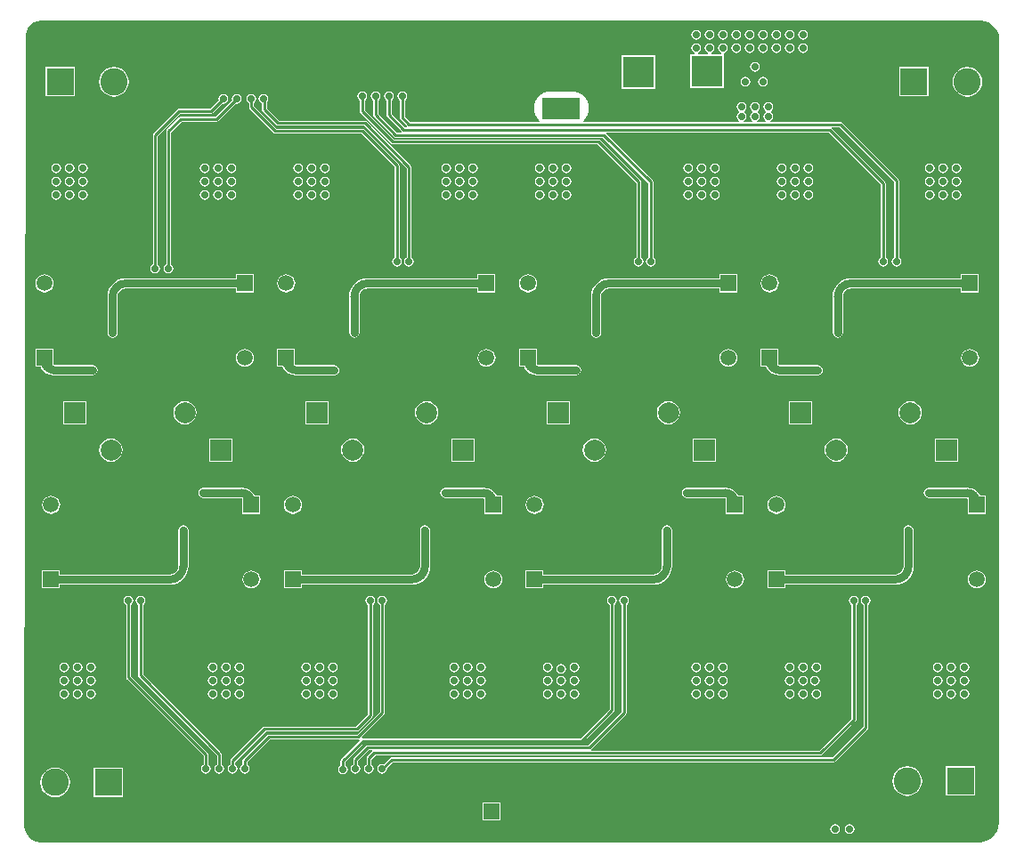
<source format=gbl>
G04*
G04 #@! TF.GenerationSoftware,Altium Limited,Altium Designer,20.0.2 (26)*
G04*
G04 Layer_Physical_Order=4*
G04 Layer_Color=16711680*
%FSLAX25Y25*%
%MOIN*%
G70*
G01*
G75*
%ADD12C,0.01000*%
%ADD35C,0.02800*%
%ADD48C,0.03000*%
%ADD51C,0.05906*%
%ADD52R,0.05906X0.05906*%
%ADD53R,0.07874X0.14173*%
%ADD54R,0.14173X0.07874*%
%ADD55R,0.10236X0.10236*%
%ADD56C,0.10236*%
%ADD57C,0.07874*%
%ADD58R,0.07874X0.07874*%
%ADD59R,0.05906X0.05906*%
%ADD60R,0.11811X0.11811*%
G36*
X613188Y422712D02*
X614553Y422146D01*
X615781Y421326D01*
X616826Y420281D01*
X617646Y419053D01*
X618212Y417688D01*
X618500Y416239D01*
Y415500D01*
Y123000D01*
Y122212D01*
X618193Y120667D01*
X617590Y119211D01*
X616714Y117900D01*
X615600Y116786D01*
X614289Y115910D01*
X612833Y115307D01*
X611288Y115000D01*
X259360D01*
X258104Y115250D01*
X256921Y115740D01*
X255856Y116451D01*
X254951Y117357D01*
X254240Y118421D01*
X253750Y119604D01*
X253500Y120860D01*
Y121500D01*
X254000Y416000D01*
Y417591D01*
X254231Y418750D01*
X254683Y419842D01*
X255340Y420825D01*
X256175Y421661D01*
X257158Y422317D01*
X258250Y422769D01*
X259409Y423000D01*
X611739D01*
X613188Y422712D01*
D02*
G37*
%LPC*%
G36*
X545000Y419335D02*
X544298Y419196D01*
X543702Y418798D01*
X543304Y418202D01*
X543165Y417500D01*
X543304Y416798D01*
X543702Y416202D01*
X544298Y415804D01*
X545000Y415665D01*
X545702Y415804D01*
X546298Y416202D01*
X546696Y416798D01*
X546835Y417500D01*
X546696Y418202D01*
X546298Y418798D01*
X545702Y419196D01*
X545000Y419335D01*
D02*
G37*
G36*
X540000D02*
X539298Y419196D01*
X538702Y418798D01*
X538304Y418202D01*
X538165Y417500D01*
X538304Y416798D01*
X538702Y416202D01*
X539298Y415804D01*
X540000Y415665D01*
X540702Y415804D01*
X541298Y416202D01*
X541696Y416798D01*
X541835Y417500D01*
X541696Y418202D01*
X541298Y418798D01*
X540702Y419196D01*
X540000Y419335D01*
D02*
G37*
G36*
X535000D02*
X534298Y419196D01*
X533702Y418798D01*
X533304Y418202D01*
X533165Y417500D01*
X533304Y416798D01*
X533702Y416202D01*
X534298Y415804D01*
X535000Y415665D01*
X535702Y415804D01*
X536298Y416202D01*
X536696Y416798D01*
X536835Y417500D01*
X536696Y418202D01*
X536298Y418798D01*
X535702Y419196D01*
X535000Y419335D01*
D02*
G37*
G36*
X530000D02*
X529298Y419196D01*
X528702Y418798D01*
X528304Y418202D01*
X528165Y417500D01*
X528304Y416798D01*
X528702Y416202D01*
X529298Y415804D01*
X530000Y415665D01*
X530702Y415804D01*
X531298Y416202D01*
X531696Y416798D01*
X531835Y417500D01*
X531696Y418202D01*
X531298Y418798D01*
X530702Y419196D01*
X530000Y419335D01*
D02*
G37*
G36*
X525000D02*
X524298Y419196D01*
X523702Y418798D01*
X523304Y418202D01*
X523165Y417500D01*
X523304Y416798D01*
X523702Y416202D01*
X524298Y415804D01*
X525000Y415665D01*
X525702Y415804D01*
X526298Y416202D01*
X526696Y416798D01*
X526835Y417500D01*
X526696Y418202D01*
X526298Y418798D01*
X525702Y419196D01*
X525000Y419335D01*
D02*
G37*
G36*
X520000D02*
X519298Y419196D01*
X518702Y418798D01*
X518304Y418202D01*
X518165Y417500D01*
X518304Y416798D01*
X518702Y416202D01*
X519298Y415804D01*
X520000Y415665D01*
X520702Y415804D01*
X521298Y416202D01*
X521696Y416798D01*
X521835Y417500D01*
X521696Y418202D01*
X521298Y418798D01*
X520702Y419196D01*
X520000Y419335D01*
D02*
G37*
G36*
X515000D02*
X514298Y419196D01*
X513702Y418798D01*
X513304Y418202D01*
X513165Y417500D01*
X513304Y416798D01*
X513702Y416202D01*
X514298Y415804D01*
X515000Y415665D01*
X515702Y415804D01*
X516298Y416202D01*
X516696Y416798D01*
X516835Y417500D01*
X516696Y418202D01*
X516298Y418798D01*
X515702Y419196D01*
X515000Y419335D01*
D02*
G37*
G36*
X510000D02*
X509298Y419196D01*
X508702Y418798D01*
X508304Y418202D01*
X508165Y417500D01*
X508304Y416798D01*
X508702Y416202D01*
X509298Y415804D01*
X510000Y415665D01*
X510702Y415804D01*
X511298Y416202D01*
X511696Y416798D01*
X511835Y417500D01*
X511696Y418202D01*
X511298Y418798D01*
X510702Y419196D01*
X510000Y419335D01*
D02*
G37*
G36*
X505000D02*
X504298Y419196D01*
X503702Y418798D01*
X503304Y418202D01*
X503165Y417500D01*
X503304Y416798D01*
X503702Y416202D01*
X504298Y415804D01*
X505000Y415665D01*
X505702Y415804D01*
X506298Y416202D01*
X506696Y416798D01*
X506835Y417500D01*
X506696Y418202D01*
X506298Y418798D01*
X505702Y419196D01*
X505000Y419335D01*
D02*
G37*
G36*
X545000Y414335D02*
X544298Y414196D01*
X543702Y413798D01*
X543304Y413202D01*
X543165Y412500D01*
X543304Y411798D01*
X543702Y411202D01*
X544298Y410804D01*
X545000Y410665D01*
X545702Y410804D01*
X546298Y411202D01*
X546696Y411798D01*
X546835Y412500D01*
X546696Y413202D01*
X546298Y413798D01*
X545702Y414196D01*
X545000Y414335D01*
D02*
G37*
G36*
X540000D02*
X539298Y414196D01*
X538702Y413798D01*
X538304Y413202D01*
X538165Y412500D01*
X538304Y411798D01*
X538702Y411202D01*
X539298Y410804D01*
X540000Y410665D01*
X540702Y410804D01*
X541298Y411202D01*
X541696Y411798D01*
X541835Y412500D01*
X541696Y413202D01*
X541298Y413798D01*
X540702Y414196D01*
X540000Y414335D01*
D02*
G37*
G36*
X535000D02*
X534298Y414196D01*
X533702Y413798D01*
X533304Y413202D01*
X533165Y412500D01*
X533304Y411798D01*
X533702Y411202D01*
X534298Y410804D01*
X535000Y410665D01*
X535702Y410804D01*
X536298Y411202D01*
X536696Y411798D01*
X536835Y412500D01*
X536696Y413202D01*
X536298Y413798D01*
X535702Y414196D01*
X535000Y414335D01*
D02*
G37*
G36*
X530000D02*
X529298Y414196D01*
X528702Y413798D01*
X528304Y413202D01*
X528165Y412500D01*
X528304Y411798D01*
X528702Y411202D01*
X529298Y410804D01*
X530000Y410665D01*
X530702Y410804D01*
X531298Y411202D01*
X531696Y411798D01*
X531835Y412500D01*
X531696Y413202D01*
X531298Y413798D01*
X530702Y414196D01*
X530000Y414335D01*
D02*
G37*
G36*
X525000D02*
X524298Y414196D01*
X523702Y413798D01*
X523304Y413202D01*
X523165Y412500D01*
X523304Y411798D01*
X523702Y411202D01*
X524298Y410804D01*
X525000Y410665D01*
X525702Y410804D01*
X526298Y411202D01*
X526696Y411798D01*
X526835Y412500D01*
X526696Y413202D01*
X526298Y413798D01*
X525702Y414196D01*
X525000Y414335D01*
D02*
G37*
G36*
X520000D02*
X519298Y414196D01*
X518702Y413798D01*
X518304Y413202D01*
X518165Y412500D01*
X518304Y411798D01*
X518702Y411202D01*
X519298Y410804D01*
X520000Y410665D01*
X520702Y410804D01*
X521298Y411202D01*
X521696Y411798D01*
X521835Y412500D01*
X521696Y413202D01*
X521298Y413798D01*
X520702Y414196D01*
X520000Y414335D01*
D02*
G37*
G36*
X515000D02*
X514298Y414196D01*
X513702Y413798D01*
X513304Y413202D01*
X513165Y412500D01*
X513304Y411798D01*
X513702Y411202D01*
X514298Y410804D01*
X514243Y410306D01*
X510757D01*
X510702Y410804D01*
X511298Y411202D01*
X511696Y411798D01*
X511835Y412500D01*
X511696Y413202D01*
X511298Y413798D01*
X510702Y414196D01*
X510000Y414335D01*
X509298Y414196D01*
X508702Y413798D01*
X508304Y413202D01*
X508165Y412500D01*
X508304Y411798D01*
X508702Y411202D01*
X509298Y410804D01*
X509243Y410306D01*
X505757D01*
X505702Y410804D01*
X506298Y411202D01*
X506696Y411798D01*
X506835Y412500D01*
X506696Y413202D01*
X506298Y413798D01*
X505702Y414196D01*
X505000Y414335D01*
X504298Y414196D01*
X503702Y413798D01*
X503304Y413202D01*
X503165Y412500D01*
X503304Y411798D01*
X503702Y411202D01*
X504298Y410804D01*
X504243Y410306D01*
X502695D01*
Y397694D01*
X515306D01*
Y410216D01*
X515306Y410306D01*
X515436Y410751D01*
X515702Y410804D01*
X516298Y411202D01*
X516696Y411798D01*
X516835Y412500D01*
X516696Y413202D01*
X516298Y413798D01*
X515702Y414196D01*
X515000Y414335D01*
D02*
G37*
G36*
X526980Y407351D02*
X526278Y407211D01*
X525682Y406813D01*
X525284Y406218D01*
X525145Y405516D01*
X525284Y404813D01*
X525682Y404218D01*
X526278Y403820D01*
X526980Y403680D01*
X527682Y403820D01*
X528278Y404218D01*
X528676Y404813D01*
X528815Y405516D01*
X528676Y406218D01*
X528278Y406813D01*
X527682Y407211D01*
X526980Y407351D01*
D02*
G37*
G36*
X530000Y401835D02*
X529298Y401696D01*
X528702Y401298D01*
X528304Y400702D01*
X528165Y400000D01*
X528304Y399298D01*
X528702Y398702D01*
X529298Y398304D01*
X530000Y398165D01*
X530702Y398304D01*
X531298Y398702D01*
X531696Y399298D01*
X531835Y400000D01*
X531696Y400702D01*
X531298Y401298D01*
X530702Y401696D01*
X530000Y401835D01*
D02*
G37*
G36*
X523500D02*
X522798Y401696D01*
X522202Y401298D01*
X521804Y400702D01*
X521665Y400000D01*
X521804Y399298D01*
X522202Y398702D01*
X522798Y398304D01*
X523500Y398165D01*
X524202Y398304D01*
X524798Y398702D01*
X525196Y399298D01*
X525335Y400000D01*
X525196Y400702D01*
X524798Y401298D01*
X524202Y401696D01*
X523500Y401835D01*
D02*
G37*
G36*
X489806Y409805D02*
X477194D01*
Y397195D01*
X489806D01*
Y409805D01*
D02*
G37*
G36*
X592018Y405518D02*
X580982D01*
Y394482D01*
X592018D01*
Y405518D01*
D02*
G37*
G36*
X272518D02*
X261482D01*
Y394482D01*
X272518D01*
Y405518D01*
D02*
G37*
G36*
X606500Y405566D02*
X605059Y405376D01*
X603717Y404820D01*
X602564Y403936D01*
X601680Y402783D01*
X601124Y401440D01*
X600934Y400000D01*
X601124Y398559D01*
X601680Y397217D01*
X602564Y396064D01*
X603717Y395180D01*
X605059Y394624D01*
X606500Y394434D01*
X607940Y394624D01*
X609283Y395180D01*
X610436Y396064D01*
X611320Y397217D01*
X611876Y398559D01*
X612066Y400000D01*
X611876Y401440D01*
X611320Y402783D01*
X610436Y403936D01*
X609283Y404820D01*
X607940Y405376D01*
X606500Y405566D01*
D02*
G37*
G36*
X287000D02*
X285560Y405376D01*
X284217Y404820D01*
X283064Y403936D01*
X282180Y402783D01*
X281624Y401440D01*
X281434Y400000D01*
X281624Y398559D01*
X282180Y397217D01*
X283064Y396064D01*
X284217Y395180D01*
X285560Y394624D01*
X287000Y394434D01*
X288440Y394624D01*
X289783Y395180D01*
X290936Y396064D01*
X291820Y397217D01*
X292376Y398559D01*
X292566Y400000D01*
X292376Y401440D01*
X291820Y402783D01*
X290936Y403936D01*
X289783Y404820D01*
X288440Y405376D01*
X287000Y405566D01*
D02*
G37*
G36*
X333000Y395335D02*
X332298Y395196D01*
X331702Y394798D01*
X331304Y394202D01*
X331165Y393500D01*
X331254Y393052D01*
X325120Y386918D01*
X312000D01*
X311649Y386848D01*
X311351Y386649D01*
X306851Y382149D01*
X306652Y381851D01*
X306582Y381500D01*
Y331552D01*
X306202Y331298D01*
X305804Y330702D01*
X305665Y330000D01*
X305804Y329298D01*
X306202Y328702D01*
X306798Y328304D01*
X307500Y328165D01*
X308202Y328304D01*
X308798Y328702D01*
X309196Y329298D01*
X309335Y330000D01*
X309196Y330702D01*
X308798Y331298D01*
X308418Y331552D01*
Y381120D01*
X312380Y385082D01*
X325500D01*
X325851Y385152D01*
X326149Y385351D01*
X332552Y391754D01*
X333000Y391665D01*
X333702Y391804D01*
X334298Y392202D01*
X334696Y392798D01*
X334835Y393500D01*
X334696Y394202D01*
X334298Y394798D01*
X333702Y395196D01*
X333000Y395335D01*
D02*
G37*
G36*
X328000D02*
X327298Y395196D01*
X326702Y394798D01*
X326304Y394202D01*
X326165Y393500D01*
X326254Y393052D01*
X323120Y389918D01*
X311500D01*
X311149Y389848D01*
X310851Y389649D01*
X301851Y380649D01*
X301652Y380351D01*
X301582Y380000D01*
Y331552D01*
X301202Y331298D01*
X300804Y330702D01*
X300665Y330000D01*
X300804Y329298D01*
X301202Y328702D01*
X301798Y328304D01*
X302500Y328165D01*
X303202Y328304D01*
X303798Y328702D01*
X304196Y329298D01*
X304335Y330000D01*
X304196Y330702D01*
X303798Y331298D01*
X303418Y331552D01*
Y379620D01*
X311880Y388082D01*
X323500D01*
X323851Y388152D01*
X324149Y388351D01*
X327552Y391754D01*
X328000Y391665D01*
X328702Y391804D01*
X329298Y392202D01*
X329696Y392798D01*
X329835Y393500D01*
X329696Y394202D01*
X329298Y394798D01*
X328702Y395196D01*
X328000Y395335D01*
D02*
G37*
G36*
X458437Y396427D02*
X450563D01*
X449327Y396305D01*
X448138Y395944D01*
X447043Y395359D01*
X446083Y394571D01*
X445295Y393611D01*
X444709Y392515D01*
X444349Y391327D01*
X444227Y390090D01*
X444349Y388854D01*
X444709Y387666D01*
X445295Y386570D01*
X446083Y385610D01*
X446353Y385388D01*
X446185Y384918D01*
X397880D01*
X395918Y386880D01*
Y392948D01*
X396298Y393202D01*
X396696Y393798D01*
X396835Y394500D01*
X396696Y395202D01*
X396298Y395798D01*
X395702Y396196D01*
X395000Y396335D01*
X394298Y396196D01*
X393702Y395798D01*
X393304Y395202D01*
X393165Y394500D01*
X393304Y393798D01*
X393702Y393202D01*
X394082Y392948D01*
Y386500D01*
X394152Y386149D01*
X394351Y385851D01*
X396785Y383418D01*
X396734Y383149D01*
X396600Y382918D01*
X395880D01*
X390918Y387880D01*
Y392948D01*
X391298Y393202D01*
X391696Y393798D01*
X391835Y394500D01*
X391696Y395202D01*
X391298Y395798D01*
X390702Y396196D01*
X390000Y396335D01*
X389298Y396196D01*
X388702Y395798D01*
X388304Y395202D01*
X388165Y394500D01*
X388304Y393798D01*
X388702Y393202D01*
X389082Y392948D01*
Y387500D01*
X389152Y387149D01*
X389351Y386851D01*
X394785Y381418D01*
X394734Y381149D01*
X394600Y380918D01*
X392880D01*
X385918Y387880D01*
Y392948D01*
X386298Y393202D01*
X386696Y393798D01*
X386835Y394500D01*
X386696Y395202D01*
X386298Y395798D01*
X385702Y396196D01*
X385000Y396335D01*
X384298Y396196D01*
X383702Y395798D01*
X383304Y395202D01*
X383165Y394500D01*
X383304Y393798D01*
X383702Y393202D01*
X384082Y392948D01*
Y387500D01*
X384152Y387149D01*
X384351Y386851D01*
X391851Y379351D01*
X392149Y379152D01*
X392500Y379082D01*
X470120D01*
X487082Y362120D01*
Y334052D01*
X486702Y333798D01*
X486304Y333202D01*
X486165Y332500D01*
X486304Y331798D01*
X486702Y331202D01*
X487298Y330804D01*
X488000Y330665D01*
X488702Y330804D01*
X489298Y331202D01*
X489696Y331798D01*
X489835Y332500D01*
X489696Y333202D01*
X489298Y333798D01*
X488918Y334052D01*
Y362500D01*
X488848Y362851D01*
X488649Y363149D01*
X471215Y380582D01*
X471266Y380851D01*
X471400Y381082D01*
X554620D01*
X574082Y361620D01*
Y334052D01*
X573702Y333798D01*
X573304Y333202D01*
X573165Y332500D01*
X573304Y331798D01*
X573702Y331202D01*
X574298Y330804D01*
X575000Y330665D01*
X575702Y330804D01*
X576298Y331202D01*
X576696Y331798D01*
X576835Y332500D01*
X576696Y333202D01*
X576298Y333798D01*
X575918Y334052D01*
Y362000D01*
X575848Y362351D01*
X575649Y362649D01*
X555715Y382582D01*
X555766Y382851D01*
X555900Y383082D01*
X558620D01*
X579082Y362620D01*
Y334052D01*
X578702Y333798D01*
X578304Y333202D01*
X578165Y332500D01*
X578304Y331798D01*
X578702Y331202D01*
X579298Y330804D01*
X580000Y330665D01*
X580702Y330804D01*
X581298Y331202D01*
X581696Y331798D01*
X581835Y332500D01*
X581696Y333202D01*
X581298Y333798D01*
X580918Y334052D01*
Y363000D01*
X580848Y363351D01*
X580649Y363649D01*
X559649Y384649D01*
X559351Y384848D01*
X559000Y384918D01*
X533023D01*
X532872Y385418D01*
X533298Y385702D01*
X533696Y386298D01*
X533835Y387000D01*
X533696Y387702D01*
X533298Y388298D01*
X533071Y388449D01*
Y389051D01*
X533298Y389202D01*
X533696Y389798D01*
X533835Y390500D01*
X533696Y391202D01*
X533298Y391798D01*
X532702Y392196D01*
X532000Y392335D01*
X531298Y392196D01*
X530702Y391798D01*
X530304Y391202D01*
X530165Y390500D01*
X530304Y389798D01*
X530702Y389202D01*
X530929Y389051D01*
Y388449D01*
X530702Y388298D01*
X530304Y387702D01*
X530165Y387000D01*
X530304Y386298D01*
X530702Y385702D01*
X531128Y385418D01*
X530977Y384918D01*
X528023D01*
X527872Y385418D01*
X528298Y385702D01*
X528696Y386298D01*
X528835Y387000D01*
X528696Y387702D01*
X528298Y388298D01*
X528071Y388449D01*
Y389051D01*
X528298Y389202D01*
X528696Y389798D01*
X528835Y390500D01*
X528696Y391202D01*
X528298Y391798D01*
X527702Y392196D01*
X527000Y392335D01*
X526298Y392196D01*
X525702Y391798D01*
X525304Y391202D01*
X525165Y390500D01*
X525304Y389798D01*
X525702Y389202D01*
X525929Y389051D01*
Y388449D01*
X525702Y388298D01*
X525304Y387702D01*
X525165Y387000D01*
X525304Y386298D01*
X525702Y385702D01*
X526128Y385418D01*
X525977Y384918D01*
X523023D01*
X522872Y385418D01*
X523298Y385702D01*
X523696Y386298D01*
X523835Y387000D01*
X523696Y387702D01*
X523298Y388298D01*
X523071Y388449D01*
Y389051D01*
X523298Y389202D01*
X523696Y389798D01*
X523835Y390500D01*
X523696Y391202D01*
X523298Y391798D01*
X522702Y392196D01*
X522000Y392335D01*
X521298Y392196D01*
X520702Y391798D01*
X520304Y391202D01*
X520165Y390500D01*
X520304Y389798D01*
X520702Y389202D01*
X520929Y389051D01*
Y388449D01*
X520702Y388298D01*
X520304Y387702D01*
X520165Y387000D01*
X520304Y386298D01*
X520702Y385702D01*
X521128Y385418D01*
X520977Y384918D01*
X462815D01*
X462647Y385388D01*
X462917Y385610D01*
X463705Y386570D01*
X464291Y387666D01*
X464651Y388854D01*
X464773Y390090D01*
X464651Y391327D01*
X464291Y392515D01*
X463705Y393611D01*
X462917Y394571D01*
X461957Y395359D01*
X460862Y395944D01*
X459673Y396305D01*
X458437Y396427D01*
D02*
G37*
G36*
X602500Y369335D02*
X601798Y369196D01*
X601202Y368798D01*
X600804Y368202D01*
X600665Y367500D01*
X600804Y366798D01*
X601202Y366202D01*
X601798Y365804D01*
X602500Y365665D01*
X603202Y365804D01*
X603798Y366202D01*
X604196Y366798D01*
X604335Y367500D01*
X604196Y368202D01*
X603798Y368798D01*
X603202Y369196D01*
X602500Y369335D01*
D02*
G37*
G36*
X597500D02*
X596798Y369196D01*
X596202Y368798D01*
X595804Y368202D01*
X595665Y367500D01*
X595804Y366798D01*
X596202Y366202D01*
X596798Y365804D01*
X597500Y365665D01*
X598202Y365804D01*
X598798Y366202D01*
X599196Y366798D01*
X599335Y367500D01*
X599196Y368202D01*
X598798Y368798D01*
X598202Y369196D01*
X597500Y369335D01*
D02*
G37*
G36*
X592500D02*
X591798Y369196D01*
X591202Y368798D01*
X590804Y368202D01*
X590665Y367500D01*
X590804Y366798D01*
X591202Y366202D01*
X591798Y365804D01*
X592500Y365665D01*
X593202Y365804D01*
X593798Y366202D01*
X594196Y366798D01*
X594335Y367500D01*
X594196Y368202D01*
X593798Y368798D01*
X593202Y369196D01*
X592500Y369335D01*
D02*
G37*
G36*
X547000D02*
X546298Y369196D01*
X545702Y368798D01*
X545304Y368202D01*
X545165Y367500D01*
X545304Y366798D01*
X545702Y366202D01*
X546298Y365804D01*
X547000Y365665D01*
X547702Y365804D01*
X548298Y366202D01*
X548696Y366798D01*
X548835Y367500D01*
X548696Y368202D01*
X548298Y368798D01*
X547702Y369196D01*
X547000Y369335D01*
D02*
G37*
G36*
X542000D02*
X541298Y369196D01*
X540702Y368798D01*
X540304Y368202D01*
X540165Y367500D01*
X540304Y366798D01*
X540702Y366202D01*
X541298Y365804D01*
X542000Y365665D01*
X542702Y365804D01*
X543298Y366202D01*
X543696Y366798D01*
X543835Y367500D01*
X543696Y368202D01*
X543298Y368798D01*
X542702Y369196D01*
X542000Y369335D01*
D02*
G37*
G36*
X537000D02*
X536298Y369196D01*
X535702Y368798D01*
X535304Y368202D01*
X535165Y367500D01*
X535304Y366798D01*
X535702Y366202D01*
X536298Y365804D01*
X537000Y365665D01*
X537702Y365804D01*
X538298Y366202D01*
X538696Y366798D01*
X538835Y367500D01*
X538696Y368202D01*
X538298Y368798D01*
X537702Y369196D01*
X537000Y369335D01*
D02*
G37*
G36*
X512000D02*
X511298Y369196D01*
X510702Y368798D01*
X510304Y368202D01*
X510165Y367500D01*
X510304Y366798D01*
X510702Y366202D01*
X511298Y365804D01*
X512000Y365665D01*
X512702Y365804D01*
X513298Y366202D01*
X513696Y366798D01*
X513835Y367500D01*
X513696Y368202D01*
X513298Y368798D01*
X512702Y369196D01*
X512000Y369335D01*
D02*
G37*
G36*
X507000D02*
X506298Y369196D01*
X505702Y368798D01*
X505304Y368202D01*
X505165Y367500D01*
X505304Y366798D01*
X505702Y366202D01*
X506298Y365804D01*
X507000Y365665D01*
X507702Y365804D01*
X508298Y366202D01*
X508696Y366798D01*
X508835Y367500D01*
X508696Y368202D01*
X508298Y368798D01*
X507702Y369196D01*
X507000Y369335D01*
D02*
G37*
G36*
X502000D02*
X501298Y369196D01*
X500702Y368798D01*
X500304Y368202D01*
X500165Y367500D01*
X500304Y366798D01*
X500702Y366202D01*
X501298Y365804D01*
X502000Y365665D01*
X502702Y365804D01*
X503298Y366202D01*
X503696Y366798D01*
X503835Y367500D01*
X503696Y368202D01*
X503298Y368798D01*
X502702Y369196D01*
X502000Y369335D01*
D02*
G37*
G36*
X456500D02*
X455798Y369196D01*
X455202Y368798D01*
X454804Y368202D01*
X454665Y367500D01*
X454804Y366798D01*
X455202Y366202D01*
X455798Y365804D01*
X456500Y365665D01*
X457202Y365804D01*
X457798Y366202D01*
X458196Y366798D01*
X458335Y367500D01*
X458196Y368202D01*
X457798Y368798D01*
X457202Y369196D01*
X456500Y369335D01*
D02*
G37*
G36*
X451500D02*
X450798Y369196D01*
X450202Y368798D01*
X449804Y368202D01*
X449665Y367500D01*
X449804Y366798D01*
X450202Y366202D01*
X450798Y365804D01*
X451500Y365665D01*
X452202Y365804D01*
X452798Y366202D01*
X453196Y366798D01*
X453335Y367500D01*
X453196Y368202D01*
X452798Y368798D01*
X452202Y369196D01*
X451500Y369335D01*
D02*
G37*
G36*
X446500D02*
X445798Y369196D01*
X445202Y368798D01*
X444804Y368202D01*
X444665Y367500D01*
X444804Y366798D01*
X445202Y366202D01*
X445798Y365804D01*
X446500Y365665D01*
X447202Y365804D01*
X447798Y366202D01*
X448196Y366798D01*
X448335Y367500D01*
X448196Y368202D01*
X447798Y368798D01*
X447202Y369196D01*
X446500Y369335D01*
D02*
G37*
G36*
X421500D02*
X420798Y369196D01*
X420202Y368798D01*
X419804Y368202D01*
X419665Y367500D01*
X419804Y366798D01*
X420202Y366202D01*
X420798Y365804D01*
X421500Y365665D01*
X422202Y365804D01*
X422798Y366202D01*
X423196Y366798D01*
X423335Y367500D01*
X423196Y368202D01*
X422798Y368798D01*
X422202Y369196D01*
X421500Y369335D01*
D02*
G37*
G36*
X416500D02*
X415798Y369196D01*
X415202Y368798D01*
X414804Y368202D01*
X414665Y367500D01*
X414804Y366798D01*
X415202Y366202D01*
X415798Y365804D01*
X416500Y365665D01*
X417202Y365804D01*
X417798Y366202D01*
X418196Y366798D01*
X418335Y367500D01*
X418196Y368202D01*
X417798Y368798D01*
X417202Y369196D01*
X416500Y369335D01*
D02*
G37*
G36*
X411500D02*
X410798Y369196D01*
X410202Y368798D01*
X409804Y368202D01*
X409665Y367500D01*
X409804Y366798D01*
X410202Y366202D01*
X410798Y365804D01*
X411500Y365665D01*
X412202Y365804D01*
X412798Y366202D01*
X413196Y366798D01*
X413335Y367500D01*
X413196Y368202D01*
X412798Y368798D01*
X412202Y369196D01*
X411500Y369335D01*
D02*
G37*
G36*
X366000D02*
X365298Y369196D01*
X364702Y368798D01*
X364304Y368202D01*
X364165Y367500D01*
X364304Y366798D01*
X364702Y366202D01*
X365298Y365804D01*
X366000Y365665D01*
X366702Y365804D01*
X367298Y366202D01*
X367696Y366798D01*
X367835Y367500D01*
X367696Y368202D01*
X367298Y368798D01*
X366702Y369196D01*
X366000Y369335D01*
D02*
G37*
G36*
X361000D02*
X360298Y369196D01*
X359702Y368798D01*
X359304Y368202D01*
X359165Y367500D01*
X359304Y366798D01*
X359702Y366202D01*
X360298Y365804D01*
X361000Y365665D01*
X361702Y365804D01*
X362298Y366202D01*
X362696Y366798D01*
X362835Y367500D01*
X362696Y368202D01*
X362298Y368798D01*
X361702Y369196D01*
X361000Y369335D01*
D02*
G37*
G36*
X356000D02*
X355298Y369196D01*
X354702Y368798D01*
X354304Y368202D01*
X354165Y367500D01*
X354304Y366798D01*
X354702Y366202D01*
X355298Y365804D01*
X356000Y365665D01*
X356702Y365804D01*
X357298Y366202D01*
X357696Y366798D01*
X357835Y367500D01*
X357696Y368202D01*
X357298Y368798D01*
X356702Y369196D01*
X356000Y369335D01*
D02*
G37*
G36*
X331000D02*
X330298Y369196D01*
X329702Y368798D01*
X329304Y368202D01*
X329165Y367500D01*
X329304Y366798D01*
X329702Y366202D01*
X330298Y365804D01*
X331000Y365665D01*
X331702Y365804D01*
X332298Y366202D01*
X332696Y366798D01*
X332835Y367500D01*
X332696Y368202D01*
X332298Y368798D01*
X331702Y369196D01*
X331000Y369335D01*
D02*
G37*
G36*
X326000D02*
X325298Y369196D01*
X324702Y368798D01*
X324304Y368202D01*
X324165Y367500D01*
X324304Y366798D01*
X324702Y366202D01*
X325298Y365804D01*
X326000Y365665D01*
X326702Y365804D01*
X327298Y366202D01*
X327696Y366798D01*
X327835Y367500D01*
X327696Y368202D01*
X327298Y368798D01*
X326702Y369196D01*
X326000Y369335D01*
D02*
G37*
G36*
X321000D02*
X320298Y369196D01*
X319702Y368798D01*
X319304Y368202D01*
X319165Y367500D01*
X319304Y366798D01*
X319702Y366202D01*
X320298Y365804D01*
X321000Y365665D01*
X321702Y365804D01*
X322298Y366202D01*
X322696Y366798D01*
X322835Y367500D01*
X322696Y368202D01*
X322298Y368798D01*
X321702Y369196D01*
X321000Y369335D01*
D02*
G37*
G36*
X275500D02*
X274798Y369196D01*
X274202Y368798D01*
X273804Y368202D01*
X273665Y367500D01*
X273804Y366798D01*
X274202Y366202D01*
X274798Y365804D01*
X275500Y365665D01*
X276202Y365804D01*
X276798Y366202D01*
X277196Y366798D01*
X277335Y367500D01*
X277196Y368202D01*
X276798Y368798D01*
X276202Y369196D01*
X275500Y369335D01*
D02*
G37*
G36*
X270500D02*
X269798Y369196D01*
X269202Y368798D01*
X268804Y368202D01*
X268665Y367500D01*
X268804Y366798D01*
X269202Y366202D01*
X269798Y365804D01*
X270500Y365665D01*
X271202Y365804D01*
X271798Y366202D01*
X272196Y366798D01*
X272335Y367500D01*
X272196Y368202D01*
X271798Y368798D01*
X271202Y369196D01*
X270500Y369335D01*
D02*
G37*
G36*
X265500D02*
X264798Y369196D01*
X264202Y368798D01*
X263804Y368202D01*
X263665Y367500D01*
X263804Y366798D01*
X264202Y366202D01*
X264798Y365804D01*
X265500Y365665D01*
X266202Y365804D01*
X266798Y366202D01*
X267196Y366798D01*
X267335Y367500D01*
X267196Y368202D01*
X266798Y368798D01*
X266202Y369196D01*
X265500Y369335D01*
D02*
G37*
G36*
X602500Y364335D02*
X601798Y364196D01*
X601202Y363798D01*
X600804Y363202D01*
X600665Y362500D01*
X600804Y361798D01*
X601202Y361202D01*
X601798Y360804D01*
X602500Y360665D01*
X603202Y360804D01*
X603798Y361202D01*
X604196Y361798D01*
X604335Y362500D01*
X604196Y363202D01*
X603798Y363798D01*
X603202Y364196D01*
X602500Y364335D01*
D02*
G37*
G36*
X597500D02*
X596798Y364196D01*
X596202Y363798D01*
X595804Y363202D01*
X595665Y362500D01*
X595804Y361798D01*
X596202Y361202D01*
X596798Y360804D01*
X597500Y360665D01*
X598202Y360804D01*
X598798Y361202D01*
X599196Y361798D01*
X599335Y362500D01*
X599196Y363202D01*
X598798Y363798D01*
X598202Y364196D01*
X597500Y364335D01*
D02*
G37*
G36*
X592500D02*
X591798Y364196D01*
X591202Y363798D01*
X590804Y363202D01*
X590665Y362500D01*
X590804Y361798D01*
X591202Y361202D01*
X591798Y360804D01*
X592500Y360665D01*
X593202Y360804D01*
X593798Y361202D01*
X594196Y361798D01*
X594335Y362500D01*
X594196Y363202D01*
X593798Y363798D01*
X593202Y364196D01*
X592500Y364335D01*
D02*
G37*
G36*
X547000D02*
X546298Y364196D01*
X545702Y363798D01*
X545304Y363202D01*
X545165Y362500D01*
X545304Y361798D01*
X545702Y361202D01*
X546298Y360804D01*
X547000Y360665D01*
X547702Y360804D01*
X548298Y361202D01*
X548696Y361798D01*
X548835Y362500D01*
X548696Y363202D01*
X548298Y363798D01*
X547702Y364196D01*
X547000Y364335D01*
D02*
G37*
G36*
X542000D02*
X541298Y364196D01*
X540702Y363798D01*
X540304Y363202D01*
X540165Y362500D01*
X540304Y361798D01*
X540702Y361202D01*
X541298Y360804D01*
X542000Y360665D01*
X542702Y360804D01*
X543298Y361202D01*
X543696Y361798D01*
X543835Y362500D01*
X543696Y363202D01*
X543298Y363798D01*
X542702Y364196D01*
X542000Y364335D01*
D02*
G37*
G36*
X537000D02*
X536298Y364196D01*
X535702Y363798D01*
X535304Y363202D01*
X535165Y362500D01*
X535304Y361798D01*
X535702Y361202D01*
X536298Y360804D01*
X537000Y360665D01*
X537702Y360804D01*
X538298Y361202D01*
X538696Y361798D01*
X538835Y362500D01*
X538696Y363202D01*
X538298Y363798D01*
X537702Y364196D01*
X537000Y364335D01*
D02*
G37*
G36*
X512000D02*
X511298Y364196D01*
X510702Y363798D01*
X510304Y363202D01*
X510165Y362500D01*
X510304Y361798D01*
X510702Y361202D01*
X511298Y360804D01*
X512000Y360665D01*
X512702Y360804D01*
X513298Y361202D01*
X513696Y361798D01*
X513835Y362500D01*
X513696Y363202D01*
X513298Y363798D01*
X512702Y364196D01*
X512000Y364335D01*
D02*
G37*
G36*
X507000D02*
X506298Y364196D01*
X505702Y363798D01*
X505304Y363202D01*
X505165Y362500D01*
X505304Y361798D01*
X505702Y361202D01*
X506298Y360804D01*
X507000Y360665D01*
X507702Y360804D01*
X508298Y361202D01*
X508696Y361798D01*
X508835Y362500D01*
X508696Y363202D01*
X508298Y363798D01*
X507702Y364196D01*
X507000Y364335D01*
D02*
G37*
G36*
X502000D02*
X501298Y364196D01*
X500702Y363798D01*
X500304Y363202D01*
X500165Y362500D01*
X500304Y361798D01*
X500702Y361202D01*
X501298Y360804D01*
X502000Y360665D01*
X502702Y360804D01*
X503298Y361202D01*
X503696Y361798D01*
X503835Y362500D01*
X503696Y363202D01*
X503298Y363798D01*
X502702Y364196D01*
X502000Y364335D01*
D02*
G37*
G36*
X456500D02*
X455798Y364196D01*
X455202Y363798D01*
X454804Y363202D01*
X454665Y362500D01*
X454804Y361798D01*
X455202Y361202D01*
X455798Y360804D01*
X456500Y360665D01*
X457202Y360804D01*
X457798Y361202D01*
X458196Y361798D01*
X458335Y362500D01*
X458196Y363202D01*
X457798Y363798D01*
X457202Y364196D01*
X456500Y364335D01*
D02*
G37*
G36*
X451500D02*
X450798Y364196D01*
X450202Y363798D01*
X449804Y363202D01*
X449665Y362500D01*
X449804Y361798D01*
X450202Y361202D01*
X450798Y360804D01*
X451500Y360665D01*
X452202Y360804D01*
X452798Y361202D01*
X453196Y361798D01*
X453335Y362500D01*
X453196Y363202D01*
X452798Y363798D01*
X452202Y364196D01*
X451500Y364335D01*
D02*
G37*
G36*
X446500D02*
X445798Y364196D01*
X445202Y363798D01*
X444804Y363202D01*
X444665Y362500D01*
X444804Y361798D01*
X445202Y361202D01*
X445798Y360804D01*
X446500Y360665D01*
X447202Y360804D01*
X447798Y361202D01*
X448196Y361798D01*
X448335Y362500D01*
X448196Y363202D01*
X447798Y363798D01*
X447202Y364196D01*
X446500Y364335D01*
D02*
G37*
G36*
X421500D02*
X420798Y364196D01*
X420202Y363798D01*
X419804Y363202D01*
X419665Y362500D01*
X419804Y361798D01*
X420202Y361202D01*
X420798Y360804D01*
X421500Y360665D01*
X422202Y360804D01*
X422798Y361202D01*
X423196Y361798D01*
X423335Y362500D01*
X423196Y363202D01*
X422798Y363798D01*
X422202Y364196D01*
X421500Y364335D01*
D02*
G37*
G36*
X416500D02*
X415798Y364196D01*
X415202Y363798D01*
X414804Y363202D01*
X414665Y362500D01*
X414804Y361798D01*
X415202Y361202D01*
X415798Y360804D01*
X416500Y360665D01*
X417202Y360804D01*
X417798Y361202D01*
X418196Y361798D01*
X418335Y362500D01*
X418196Y363202D01*
X417798Y363798D01*
X417202Y364196D01*
X416500Y364335D01*
D02*
G37*
G36*
X411500D02*
X410798Y364196D01*
X410202Y363798D01*
X409804Y363202D01*
X409665Y362500D01*
X409804Y361798D01*
X410202Y361202D01*
X410798Y360804D01*
X411500Y360665D01*
X412202Y360804D01*
X412798Y361202D01*
X413196Y361798D01*
X413335Y362500D01*
X413196Y363202D01*
X412798Y363798D01*
X412202Y364196D01*
X411500Y364335D01*
D02*
G37*
G36*
X366000D02*
X365298Y364196D01*
X364702Y363798D01*
X364304Y363202D01*
X364165Y362500D01*
X364304Y361798D01*
X364702Y361202D01*
X365298Y360804D01*
X366000Y360665D01*
X366702Y360804D01*
X367298Y361202D01*
X367696Y361798D01*
X367835Y362500D01*
X367696Y363202D01*
X367298Y363798D01*
X366702Y364196D01*
X366000Y364335D01*
D02*
G37*
G36*
X361000D02*
X360298Y364196D01*
X359702Y363798D01*
X359304Y363202D01*
X359165Y362500D01*
X359304Y361798D01*
X359702Y361202D01*
X360298Y360804D01*
X361000Y360665D01*
X361702Y360804D01*
X362298Y361202D01*
X362696Y361798D01*
X362835Y362500D01*
X362696Y363202D01*
X362298Y363798D01*
X361702Y364196D01*
X361000Y364335D01*
D02*
G37*
G36*
X356000D02*
X355298Y364196D01*
X354702Y363798D01*
X354304Y363202D01*
X354165Y362500D01*
X354304Y361798D01*
X354702Y361202D01*
X355298Y360804D01*
X356000Y360665D01*
X356702Y360804D01*
X357298Y361202D01*
X357696Y361798D01*
X357835Y362500D01*
X357696Y363202D01*
X357298Y363798D01*
X356702Y364196D01*
X356000Y364335D01*
D02*
G37*
G36*
X331000D02*
X330298Y364196D01*
X329702Y363798D01*
X329304Y363202D01*
X329165Y362500D01*
X329304Y361798D01*
X329702Y361202D01*
X330298Y360804D01*
X331000Y360665D01*
X331702Y360804D01*
X332298Y361202D01*
X332696Y361798D01*
X332835Y362500D01*
X332696Y363202D01*
X332298Y363798D01*
X331702Y364196D01*
X331000Y364335D01*
D02*
G37*
G36*
X326000D02*
X325298Y364196D01*
X324702Y363798D01*
X324304Y363202D01*
X324165Y362500D01*
X324304Y361798D01*
X324702Y361202D01*
X325298Y360804D01*
X326000Y360665D01*
X326702Y360804D01*
X327298Y361202D01*
X327696Y361798D01*
X327835Y362500D01*
X327696Y363202D01*
X327298Y363798D01*
X326702Y364196D01*
X326000Y364335D01*
D02*
G37*
G36*
X321000D02*
X320298Y364196D01*
X319702Y363798D01*
X319304Y363202D01*
X319165Y362500D01*
X319304Y361798D01*
X319702Y361202D01*
X320298Y360804D01*
X321000Y360665D01*
X321702Y360804D01*
X322298Y361202D01*
X322696Y361798D01*
X322835Y362500D01*
X322696Y363202D01*
X322298Y363798D01*
X321702Y364196D01*
X321000Y364335D01*
D02*
G37*
G36*
X275500D02*
X274798Y364196D01*
X274202Y363798D01*
X273804Y363202D01*
X273665Y362500D01*
X273804Y361798D01*
X274202Y361202D01*
X274798Y360804D01*
X275500Y360665D01*
X276202Y360804D01*
X276798Y361202D01*
X277196Y361798D01*
X277335Y362500D01*
X277196Y363202D01*
X276798Y363798D01*
X276202Y364196D01*
X275500Y364335D01*
D02*
G37*
G36*
X270500D02*
X269798Y364196D01*
X269202Y363798D01*
X268804Y363202D01*
X268665Y362500D01*
X268804Y361798D01*
X269202Y361202D01*
X269798Y360804D01*
X270500Y360665D01*
X271202Y360804D01*
X271798Y361202D01*
X272196Y361798D01*
X272335Y362500D01*
X272196Y363202D01*
X271798Y363798D01*
X271202Y364196D01*
X270500Y364335D01*
D02*
G37*
G36*
X265500D02*
X264798Y364196D01*
X264202Y363798D01*
X263804Y363202D01*
X263665Y362500D01*
X263804Y361798D01*
X264202Y361202D01*
X264798Y360804D01*
X265500Y360665D01*
X266202Y360804D01*
X266798Y361202D01*
X267196Y361798D01*
X267335Y362500D01*
X267196Y363202D01*
X266798Y363798D01*
X266202Y364196D01*
X265500Y364335D01*
D02*
G37*
G36*
X602500Y359335D02*
X601798Y359196D01*
X601202Y358798D01*
X600804Y358202D01*
X600665Y357500D01*
X600804Y356798D01*
X601202Y356202D01*
X601798Y355804D01*
X602500Y355665D01*
X603202Y355804D01*
X603798Y356202D01*
X604196Y356798D01*
X604335Y357500D01*
X604196Y358202D01*
X603798Y358798D01*
X603202Y359196D01*
X602500Y359335D01*
D02*
G37*
G36*
X597500D02*
X596798Y359196D01*
X596202Y358798D01*
X595804Y358202D01*
X595665Y357500D01*
X595804Y356798D01*
X596202Y356202D01*
X596798Y355804D01*
X597500Y355665D01*
X598202Y355804D01*
X598798Y356202D01*
X599196Y356798D01*
X599335Y357500D01*
X599196Y358202D01*
X598798Y358798D01*
X598202Y359196D01*
X597500Y359335D01*
D02*
G37*
G36*
X592500D02*
X591798Y359196D01*
X591202Y358798D01*
X590804Y358202D01*
X590665Y357500D01*
X590804Y356798D01*
X591202Y356202D01*
X591798Y355804D01*
X592500Y355665D01*
X593202Y355804D01*
X593798Y356202D01*
X594196Y356798D01*
X594335Y357500D01*
X594196Y358202D01*
X593798Y358798D01*
X593202Y359196D01*
X592500Y359335D01*
D02*
G37*
G36*
X547000D02*
X546298Y359196D01*
X545702Y358798D01*
X545304Y358202D01*
X545165Y357500D01*
X545304Y356798D01*
X545702Y356202D01*
X546298Y355804D01*
X547000Y355665D01*
X547702Y355804D01*
X548298Y356202D01*
X548696Y356798D01*
X548835Y357500D01*
X548696Y358202D01*
X548298Y358798D01*
X547702Y359196D01*
X547000Y359335D01*
D02*
G37*
G36*
X542000D02*
X541298Y359196D01*
X540702Y358798D01*
X540304Y358202D01*
X540165Y357500D01*
X540304Y356798D01*
X540702Y356202D01*
X541298Y355804D01*
X542000Y355665D01*
X542702Y355804D01*
X543298Y356202D01*
X543696Y356798D01*
X543835Y357500D01*
X543696Y358202D01*
X543298Y358798D01*
X542702Y359196D01*
X542000Y359335D01*
D02*
G37*
G36*
X537000D02*
X536298Y359196D01*
X535702Y358798D01*
X535304Y358202D01*
X535165Y357500D01*
X535304Y356798D01*
X535702Y356202D01*
X536298Y355804D01*
X537000Y355665D01*
X537702Y355804D01*
X538298Y356202D01*
X538696Y356798D01*
X538835Y357500D01*
X538696Y358202D01*
X538298Y358798D01*
X537702Y359196D01*
X537000Y359335D01*
D02*
G37*
G36*
X512000D02*
X511298Y359196D01*
X510702Y358798D01*
X510304Y358202D01*
X510165Y357500D01*
X510304Y356798D01*
X510702Y356202D01*
X511298Y355804D01*
X512000Y355665D01*
X512702Y355804D01*
X513298Y356202D01*
X513696Y356798D01*
X513835Y357500D01*
X513696Y358202D01*
X513298Y358798D01*
X512702Y359196D01*
X512000Y359335D01*
D02*
G37*
G36*
X507000D02*
X506298Y359196D01*
X505702Y358798D01*
X505304Y358202D01*
X505165Y357500D01*
X505304Y356798D01*
X505702Y356202D01*
X506298Y355804D01*
X507000Y355665D01*
X507702Y355804D01*
X508298Y356202D01*
X508696Y356798D01*
X508835Y357500D01*
X508696Y358202D01*
X508298Y358798D01*
X507702Y359196D01*
X507000Y359335D01*
D02*
G37*
G36*
X502000D02*
X501298Y359196D01*
X500702Y358798D01*
X500304Y358202D01*
X500165Y357500D01*
X500304Y356798D01*
X500702Y356202D01*
X501298Y355804D01*
X502000Y355665D01*
X502702Y355804D01*
X503298Y356202D01*
X503696Y356798D01*
X503835Y357500D01*
X503696Y358202D01*
X503298Y358798D01*
X502702Y359196D01*
X502000Y359335D01*
D02*
G37*
G36*
X456500D02*
X455798Y359196D01*
X455202Y358798D01*
X454804Y358202D01*
X454665Y357500D01*
X454804Y356798D01*
X455202Y356202D01*
X455798Y355804D01*
X456500Y355665D01*
X457202Y355804D01*
X457798Y356202D01*
X458196Y356798D01*
X458335Y357500D01*
X458196Y358202D01*
X457798Y358798D01*
X457202Y359196D01*
X456500Y359335D01*
D02*
G37*
G36*
X451500D02*
X450798Y359196D01*
X450202Y358798D01*
X449804Y358202D01*
X449665Y357500D01*
X449804Y356798D01*
X450202Y356202D01*
X450798Y355804D01*
X451500Y355665D01*
X452202Y355804D01*
X452798Y356202D01*
X453196Y356798D01*
X453335Y357500D01*
X453196Y358202D01*
X452798Y358798D01*
X452202Y359196D01*
X451500Y359335D01*
D02*
G37*
G36*
X446500D02*
X445798Y359196D01*
X445202Y358798D01*
X444804Y358202D01*
X444665Y357500D01*
X444804Y356798D01*
X445202Y356202D01*
X445798Y355804D01*
X446500Y355665D01*
X447202Y355804D01*
X447798Y356202D01*
X448196Y356798D01*
X448335Y357500D01*
X448196Y358202D01*
X447798Y358798D01*
X447202Y359196D01*
X446500Y359335D01*
D02*
G37*
G36*
X421500D02*
X420798Y359196D01*
X420202Y358798D01*
X419804Y358202D01*
X419665Y357500D01*
X419804Y356798D01*
X420202Y356202D01*
X420798Y355804D01*
X421500Y355665D01*
X422202Y355804D01*
X422798Y356202D01*
X423196Y356798D01*
X423335Y357500D01*
X423196Y358202D01*
X422798Y358798D01*
X422202Y359196D01*
X421500Y359335D01*
D02*
G37*
G36*
X416500D02*
X415798Y359196D01*
X415202Y358798D01*
X414804Y358202D01*
X414665Y357500D01*
X414804Y356798D01*
X415202Y356202D01*
X415798Y355804D01*
X416500Y355665D01*
X417202Y355804D01*
X417798Y356202D01*
X418196Y356798D01*
X418335Y357500D01*
X418196Y358202D01*
X417798Y358798D01*
X417202Y359196D01*
X416500Y359335D01*
D02*
G37*
G36*
X411500D02*
X410798Y359196D01*
X410202Y358798D01*
X409804Y358202D01*
X409665Y357500D01*
X409804Y356798D01*
X410202Y356202D01*
X410798Y355804D01*
X411500Y355665D01*
X412202Y355804D01*
X412798Y356202D01*
X413196Y356798D01*
X413335Y357500D01*
X413196Y358202D01*
X412798Y358798D01*
X412202Y359196D01*
X411500Y359335D01*
D02*
G37*
G36*
X366000D02*
X365298Y359196D01*
X364702Y358798D01*
X364304Y358202D01*
X364165Y357500D01*
X364304Y356798D01*
X364702Y356202D01*
X365298Y355804D01*
X366000Y355665D01*
X366702Y355804D01*
X367298Y356202D01*
X367696Y356798D01*
X367835Y357500D01*
X367696Y358202D01*
X367298Y358798D01*
X366702Y359196D01*
X366000Y359335D01*
D02*
G37*
G36*
X361000D02*
X360298Y359196D01*
X359702Y358798D01*
X359304Y358202D01*
X359165Y357500D01*
X359304Y356798D01*
X359702Y356202D01*
X360298Y355804D01*
X361000Y355665D01*
X361702Y355804D01*
X362298Y356202D01*
X362696Y356798D01*
X362835Y357500D01*
X362696Y358202D01*
X362298Y358798D01*
X361702Y359196D01*
X361000Y359335D01*
D02*
G37*
G36*
X356000D02*
X355298Y359196D01*
X354702Y358798D01*
X354304Y358202D01*
X354165Y357500D01*
X354304Y356798D01*
X354702Y356202D01*
X355298Y355804D01*
X356000Y355665D01*
X356702Y355804D01*
X357298Y356202D01*
X357696Y356798D01*
X357835Y357500D01*
X357696Y358202D01*
X357298Y358798D01*
X356702Y359196D01*
X356000Y359335D01*
D02*
G37*
G36*
X331000D02*
X330298Y359196D01*
X329702Y358798D01*
X329304Y358202D01*
X329165Y357500D01*
X329304Y356798D01*
X329702Y356202D01*
X330298Y355804D01*
X331000Y355665D01*
X331702Y355804D01*
X332298Y356202D01*
X332696Y356798D01*
X332835Y357500D01*
X332696Y358202D01*
X332298Y358798D01*
X331702Y359196D01*
X331000Y359335D01*
D02*
G37*
G36*
X326000D02*
X325298Y359196D01*
X324702Y358798D01*
X324304Y358202D01*
X324165Y357500D01*
X324304Y356798D01*
X324702Y356202D01*
X325298Y355804D01*
X326000Y355665D01*
X326702Y355804D01*
X327298Y356202D01*
X327696Y356798D01*
X327835Y357500D01*
X327696Y358202D01*
X327298Y358798D01*
X326702Y359196D01*
X326000Y359335D01*
D02*
G37*
G36*
X321000D02*
X320298Y359196D01*
X319702Y358798D01*
X319304Y358202D01*
X319165Y357500D01*
X319304Y356798D01*
X319702Y356202D01*
X320298Y355804D01*
X321000Y355665D01*
X321702Y355804D01*
X322298Y356202D01*
X322696Y356798D01*
X322835Y357500D01*
X322696Y358202D01*
X322298Y358798D01*
X321702Y359196D01*
X321000Y359335D01*
D02*
G37*
G36*
X275500D02*
X274798Y359196D01*
X274202Y358798D01*
X273804Y358202D01*
X273665Y357500D01*
X273804Y356798D01*
X274202Y356202D01*
X274798Y355804D01*
X275500Y355665D01*
X276202Y355804D01*
X276798Y356202D01*
X277196Y356798D01*
X277335Y357500D01*
X277196Y358202D01*
X276798Y358798D01*
X276202Y359196D01*
X275500Y359335D01*
D02*
G37*
G36*
X270500D02*
X269798Y359196D01*
X269202Y358798D01*
X268804Y358202D01*
X268665Y357500D01*
X268804Y356798D01*
X269202Y356202D01*
X269798Y355804D01*
X270500Y355665D01*
X271202Y355804D01*
X271798Y356202D01*
X272196Y356798D01*
X272335Y357500D01*
X272196Y358202D01*
X271798Y358798D01*
X271202Y359196D01*
X270500Y359335D01*
D02*
G37*
G36*
X265500D02*
X264798Y359196D01*
X264202Y358798D01*
X263804Y358202D01*
X263665Y357500D01*
X263804Y356798D01*
X264202Y356202D01*
X264798Y355804D01*
X265500Y355665D01*
X266202Y355804D01*
X266798Y356202D01*
X267196Y356798D01*
X267335Y357500D01*
X267196Y358202D01*
X266798Y358798D01*
X266202Y359196D01*
X265500Y359335D01*
D02*
G37*
G36*
X380000Y396335D02*
X379298Y396196D01*
X378702Y395798D01*
X378304Y395202D01*
X378165Y394500D01*
X378304Y393798D01*
X378702Y393202D01*
X379082Y392948D01*
Y389000D01*
X379152Y388649D01*
X379351Y388351D01*
X390851Y376851D01*
X391149Y376652D01*
X391500Y376582D01*
X468120D01*
X482582Y362120D01*
Y334052D01*
X482202Y333798D01*
X481804Y333202D01*
X481665Y332500D01*
X481804Y331798D01*
X482202Y331202D01*
X482798Y330804D01*
X483500Y330665D01*
X484202Y330804D01*
X484798Y331202D01*
X485196Y331798D01*
X485335Y332500D01*
X485196Y333202D01*
X484798Y333798D01*
X484418Y334052D01*
Y362500D01*
X484348Y362851D01*
X484149Y363149D01*
X469149Y378149D01*
X468851Y378348D01*
X468500Y378418D01*
X391880D01*
X380918Y389380D01*
Y392948D01*
X381298Y393202D01*
X381696Y393798D01*
X381835Y394500D01*
X381696Y395202D01*
X381298Y395798D01*
X380702Y396196D01*
X380000Y396335D01*
D02*
G37*
G36*
X343000Y395335D02*
X342298Y395196D01*
X341702Y394798D01*
X341304Y394202D01*
X341165Y393500D01*
X341304Y392798D01*
X341702Y392202D01*
X342298Y391804D01*
X342427Y391779D01*
Y389656D01*
X342497Y389304D01*
X342696Y389007D01*
X347851Y383851D01*
X348149Y383652D01*
X348500Y383582D01*
X380620D01*
X396582Y367620D01*
Y334052D01*
X396202Y333798D01*
X395804Y333202D01*
X395665Y332500D01*
X395804Y331798D01*
X396202Y331202D01*
X396798Y330804D01*
X397500Y330665D01*
X398202Y330804D01*
X398798Y331202D01*
X399196Y331798D01*
X399335Y332500D01*
X399196Y333202D01*
X398798Y333798D01*
X398418Y334052D01*
Y368000D01*
X398348Y368351D01*
X398149Y368649D01*
X381649Y385149D01*
X381351Y385348D01*
X381000Y385418D01*
X348880D01*
X344262Y390036D01*
Y392178D01*
X344298Y392202D01*
X344696Y392798D01*
X344835Y393500D01*
X344696Y394202D01*
X344298Y394798D01*
X343702Y395196D01*
X343000Y395335D01*
D02*
G37*
G36*
X338500D02*
X337798Y395196D01*
X337202Y394798D01*
X336804Y394202D01*
X336665Y393500D01*
X336804Y392798D01*
X337202Y392202D01*
X337582Y391948D01*
Y390500D01*
X337652Y390149D01*
X337851Y389851D01*
X346851Y380851D01*
X347149Y380652D01*
X347500Y380582D01*
X379620D01*
X392082Y368120D01*
Y334052D01*
X391702Y333798D01*
X391304Y333202D01*
X391165Y332500D01*
X391304Y331798D01*
X391702Y331202D01*
X392298Y330804D01*
X393000Y330665D01*
X393702Y330804D01*
X394298Y331202D01*
X394696Y331798D01*
X394835Y332500D01*
X394696Y333202D01*
X394298Y333798D01*
X393918Y334052D01*
Y368500D01*
X393848Y368851D01*
X393649Y369149D01*
X380649Y382149D01*
X380351Y382348D01*
X380000Y382418D01*
X347880D01*
X339418Y390880D01*
Y391948D01*
X339798Y392202D01*
X340196Y392798D01*
X340335Y393500D01*
X340196Y394202D01*
X339798Y394798D01*
X339202Y395196D01*
X338500Y395335D01*
D02*
G37*
G36*
X610853Y327829D02*
X604147D01*
Y326414D01*
X562976D01*
X562937Y326406D01*
X561628Y326277D01*
X560332Y325884D01*
X559138Y325245D01*
X558090Y324386D01*
X557231Y323339D01*
X556593Y322144D01*
X556200Y320848D01*
X556071Y319539D01*
X556063Y319500D01*
Y306000D01*
X556210Y305259D01*
X556630Y304630D01*
X557259Y304210D01*
X558000Y304063D01*
X558741Y304210D01*
X559370Y304630D01*
X559790Y305259D01*
X559937Y306000D01*
Y319500D01*
X559929Y319540D01*
X560028Y320290D01*
X560333Y321026D01*
X560818Y321658D01*
X561450Y322144D01*
X562186Y322448D01*
X562936Y322547D01*
X562976Y322539D01*
X604147D01*
Y321124D01*
X610853D01*
Y327829D01*
D02*
G37*
G36*
X520353D02*
X513647D01*
Y326414D01*
X472476D01*
X472437Y326406D01*
X471128Y326277D01*
X469832Y325884D01*
X468638Y325245D01*
X467591Y324386D01*
X466731Y323339D01*
X466093Y322144D01*
X465699Y320848D01*
X465571Y319539D01*
X465563Y319500D01*
Y306000D01*
X465710Y305259D01*
X466130Y304630D01*
X466759Y304210D01*
X467500Y304063D01*
X468241Y304210D01*
X468870Y304630D01*
X469290Y305259D01*
X469437Y306000D01*
Y319500D01*
X469429Y319540D01*
X469528Y320290D01*
X469833Y321026D01*
X470318Y321658D01*
X470950Y322144D01*
X471686Y322448D01*
X472436Y322547D01*
X472476Y322539D01*
X513647D01*
Y321124D01*
X520353D01*
Y327829D01*
D02*
G37*
G36*
X429853D02*
X423147D01*
Y326414D01*
X381976D01*
X381937Y326406D01*
X380628Y326277D01*
X379332Y325884D01*
X378138Y325245D01*
X377091Y324386D01*
X376231Y323339D01*
X375593Y322144D01*
X375200Y320848D01*
X375071Y319539D01*
X375063Y319500D01*
Y306000D01*
X375210Y305259D01*
X375630Y304630D01*
X376259Y304210D01*
X377000Y304063D01*
X377741Y304210D01*
X378370Y304630D01*
X378790Y305259D01*
X378937Y306000D01*
Y319500D01*
X378929Y319540D01*
X379028Y320290D01*
X379333Y321026D01*
X379818Y321658D01*
X380450Y322144D01*
X381186Y322448D01*
X381936Y322547D01*
X381976Y322539D01*
X423147D01*
Y321124D01*
X429853D01*
Y327829D01*
D02*
G37*
G36*
X339353D02*
X332647D01*
Y326414D01*
X291476D01*
X291437Y326406D01*
X290128Y326277D01*
X288832Y325884D01*
X287638Y325245D01*
X286591Y324386D01*
X285731Y323339D01*
X285093Y322144D01*
X284700Y320848D01*
X284571Y319539D01*
X284563Y319500D01*
Y306000D01*
X284710Y305259D01*
X285130Y304630D01*
X285759Y304210D01*
X286500Y304063D01*
X287241Y304210D01*
X287870Y304630D01*
X288290Y305259D01*
X288437Y306000D01*
Y319500D01*
X288429Y319540D01*
X288528Y320290D01*
X288833Y321026D01*
X289318Y321658D01*
X289950Y322144D01*
X290686Y322448D01*
X291436Y322547D01*
X291476Y322539D01*
X332647D01*
Y321124D01*
X339353D01*
Y327829D01*
D02*
G37*
G36*
X532500Y327858D02*
X531625Y327743D01*
X530809Y327405D01*
X530109Y326868D01*
X529571Y326167D01*
X529234Y325352D01*
X529118Y324476D01*
X529234Y323601D01*
X529571Y322785D01*
X530109Y322085D01*
X530809Y321548D01*
X531625Y321210D01*
X532500Y321095D01*
X533375Y321210D01*
X534191Y321548D01*
X534891Y322085D01*
X535429Y322785D01*
X535766Y323601D01*
X535882Y324476D01*
X535766Y325352D01*
X535429Y326167D01*
X534891Y326868D01*
X534191Y327405D01*
X533375Y327743D01*
X532500Y327858D01*
D02*
G37*
G36*
X442000D02*
X441125Y327743D01*
X440309Y327405D01*
X439609Y326868D01*
X439071Y326167D01*
X438734Y325352D01*
X438618Y324476D01*
X438734Y323601D01*
X439071Y322785D01*
X439609Y322085D01*
X440309Y321548D01*
X441125Y321210D01*
X442000Y321095D01*
X442875Y321210D01*
X443691Y321548D01*
X444391Y322085D01*
X444929Y322785D01*
X445266Y323601D01*
X445382Y324476D01*
X445266Y325352D01*
X444929Y326167D01*
X444391Y326868D01*
X443691Y327405D01*
X442875Y327743D01*
X442000Y327858D01*
D02*
G37*
G36*
X351500D02*
X350625Y327743D01*
X349809Y327405D01*
X349109Y326868D01*
X348571Y326167D01*
X348234Y325352D01*
X348118Y324476D01*
X348234Y323601D01*
X348571Y322785D01*
X349109Y322085D01*
X349809Y321548D01*
X350625Y321210D01*
X351500Y321095D01*
X352375Y321210D01*
X353191Y321548D01*
X353891Y322085D01*
X354429Y322785D01*
X354766Y323601D01*
X354882Y324476D01*
X354766Y325352D01*
X354429Y326167D01*
X353891Y326868D01*
X353191Y327405D01*
X352375Y327743D01*
X351500Y327858D01*
D02*
G37*
G36*
X261000D02*
X260125Y327743D01*
X259309Y327405D01*
X258609Y326868D01*
X258071Y326167D01*
X257734Y325352D01*
X257618Y324476D01*
X257734Y323601D01*
X258071Y322785D01*
X258609Y322085D01*
X259309Y321548D01*
X260125Y321210D01*
X261000Y321095D01*
X261875Y321210D01*
X262691Y321548D01*
X263391Y322085D01*
X263929Y322785D01*
X264266Y323601D01*
X264382Y324476D01*
X264266Y325352D01*
X263929Y326167D01*
X263391Y326868D01*
X262691Y327405D01*
X261875Y327743D01*
X261000Y327858D01*
D02*
G37*
G36*
X607500Y299905D02*
X606625Y299790D01*
X605809Y299452D01*
X605109Y298915D01*
X604571Y298215D01*
X604234Y297399D01*
X604118Y296524D01*
X604234Y295648D01*
X604571Y294833D01*
X605109Y294132D01*
X605809Y293595D01*
X606625Y293257D01*
X607500Y293142D01*
X608375Y293257D01*
X609191Y293595D01*
X609891Y294132D01*
X610429Y294833D01*
X610766Y295648D01*
X610882Y296524D01*
X610766Y297399D01*
X610429Y298215D01*
X609891Y298915D01*
X609191Y299452D01*
X608375Y299790D01*
X607500Y299905D01*
D02*
G37*
G36*
X517000D02*
X516125Y299790D01*
X515309Y299452D01*
X514609Y298915D01*
X514071Y298215D01*
X513734Y297399D01*
X513618Y296524D01*
X513734Y295648D01*
X514071Y294833D01*
X514609Y294132D01*
X515309Y293595D01*
X516125Y293257D01*
X517000Y293142D01*
X517875Y293257D01*
X518691Y293595D01*
X519391Y294132D01*
X519929Y294833D01*
X520266Y295648D01*
X520382Y296524D01*
X520266Y297399D01*
X519929Y298215D01*
X519391Y298915D01*
X518691Y299452D01*
X517875Y299790D01*
X517000Y299905D01*
D02*
G37*
G36*
X426500D02*
X425625Y299790D01*
X424809Y299452D01*
X424109Y298915D01*
X423571Y298215D01*
X423234Y297399D01*
X423118Y296524D01*
X423234Y295648D01*
X423571Y294833D01*
X424109Y294132D01*
X424809Y293595D01*
X425625Y293257D01*
X426500Y293142D01*
X427375Y293257D01*
X428191Y293595D01*
X428891Y294132D01*
X429429Y294833D01*
X429766Y295648D01*
X429882Y296524D01*
X429766Y297399D01*
X429429Y298215D01*
X428891Y298915D01*
X428191Y299452D01*
X427375Y299790D01*
X426500Y299905D01*
D02*
G37*
G36*
X336000D02*
X335125Y299790D01*
X334309Y299452D01*
X333609Y298915D01*
X333071Y298215D01*
X332734Y297399D01*
X332618Y296524D01*
X332734Y295648D01*
X333071Y294833D01*
X333609Y294132D01*
X334309Y293595D01*
X335125Y293257D01*
X336000Y293142D01*
X336875Y293257D01*
X337691Y293595D01*
X338391Y294132D01*
X338929Y294833D01*
X339266Y295648D01*
X339382Y296524D01*
X339266Y297399D01*
X338929Y298215D01*
X338391Y298915D01*
X337691Y299452D01*
X336875Y299790D01*
X336000Y299905D01*
D02*
G37*
G36*
X535853Y299876D02*
X529147D01*
Y293171D01*
X531120D01*
X531283Y292777D01*
X532149Y291649D01*
X533277Y290783D01*
X534590Y290239D01*
X536000Y290053D01*
Y290063D01*
X550500D01*
X551241Y290210D01*
X551870Y290630D01*
X552290Y291259D01*
X552437Y292000D01*
X552290Y292741D01*
X551870Y293370D01*
X551241Y293790D01*
X550500Y293937D01*
X536000D01*
X535853Y294415D01*
Y299876D01*
D02*
G37*
G36*
X445353D02*
X438647D01*
Y293171D01*
X440620D01*
X440783Y292777D01*
X441649Y291649D01*
X442777Y290783D01*
X444090Y290239D01*
X445500Y290053D01*
Y290063D01*
X460000D01*
X460741Y290210D01*
X461370Y290630D01*
X461790Y291259D01*
X461937Y292000D01*
X461790Y292741D01*
X461370Y293370D01*
X460741Y293790D01*
X460000Y293937D01*
X445500D01*
X445353Y294415D01*
Y299876D01*
D02*
G37*
G36*
X354853D02*
X348147D01*
Y293171D01*
X350120D01*
X350283Y292777D01*
X351149Y291649D01*
X352277Y290783D01*
X353590Y290239D01*
X355000Y290053D01*
Y290063D01*
X369500D01*
X370241Y290210D01*
X370870Y290630D01*
X371290Y291259D01*
X371437Y292000D01*
X371290Y292741D01*
X370870Y293370D01*
X370241Y293790D01*
X369500Y293937D01*
X355000D01*
X354853Y294415D01*
Y299876D01*
D02*
G37*
G36*
X264353D02*
X257647D01*
Y293171D01*
X259620D01*
X259783Y292777D01*
X260649Y291649D01*
X261777Y290783D01*
X263090Y290239D01*
X264500Y290053D01*
Y290063D01*
X279000D01*
X279741Y290210D01*
X280370Y290630D01*
X280790Y291259D01*
X280937Y292000D01*
X280790Y292741D01*
X280370Y293370D01*
X279741Y293790D01*
X279000Y293937D01*
X264500D01*
X264353Y294415D01*
Y299876D01*
D02*
G37*
G36*
X548246Y280337D02*
X539572D01*
Y271663D01*
X548246D01*
Y280337D01*
D02*
G37*
G36*
X457747D02*
X449072D01*
Y271663D01*
X457747D01*
Y280337D01*
D02*
G37*
G36*
X367247D02*
X358572D01*
Y271663D01*
X367247D01*
Y280337D01*
D02*
G37*
G36*
X276747D02*
X268072D01*
Y271663D01*
X276747D01*
Y280337D01*
D02*
G37*
G36*
X585090Y280374D02*
X583958Y280225D01*
X582903Y279788D01*
X581997Y279093D01*
X581302Y278187D01*
X580865Y277132D01*
X580716Y276000D01*
X580865Y274868D01*
X581302Y273813D01*
X581997Y272907D01*
X582903Y272212D01*
X583958Y271775D01*
X585090Y271626D01*
X586223Y271775D01*
X587278Y272212D01*
X588184Y272907D01*
X588879Y273813D01*
X589316Y274868D01*
X589465Y276000D01*
X589316Y277132D01*
X588879Y278187D01*
X588184Y279093D01*
X587278Y279788D01*
X586223Y280225D01*
X585090Y280374D01*
D02*
G37*
G36*
X494591D02*
X493458Y280225D01*
X492403Y279788D01*
X491497Y279093D01*
X490802Y278187D01*
X490365Y277132D01*
X490216Y276000D01*
X490365Y274868D01*
X490802Y273813D01*
X491497Y272907D01*
X492403Y272212D01*
X493458Y271775D01*
X494591Y271626D01*
X495723Y271775D01*
X496778Y272212D01*
X497684Y272907D01*
X498379Y273813D01*
X498816Y274868D01*
X498965Y276000D01*
X498816Y277132D01*
X498379Y278187D01*
X497684Y279093D01*
X496778Y279788D01*
X495723Y280225D01*
X494591Y280374D01*
D02*
G37*
G36*
X404090D02*
X402958Y280225D01*
X401903Y279788D01*
X400997Y279093D01*
X400302Y278187D01*
X399865Y277132D01*
X399716Y276000D01*
X399865Y274868D01*
X400302Y273813D01*
X400997Y272907D01*
X401903Y272212D01*
X402958Y271775D01*
X404090Y271626D01*
X405223Y271775D01*
X406278Y272212D01*
X407184Y272907D01*
X407879Y273813D01*
X408316Y274868D01*
X408465Y276000D01*
X408316Y277132D01*
X407879Y278187D01*
X407184Y279093D01*
X406278Y279788D01*
X405223Y280225D01*
X404090Y280374D01*
D02*
G37*
G36*
X313591D02*
X312458Y280225D01*
X311403Y279788D01*
X310497Y279093D01*
X309802Y278187D01*
X309365Y277132D01*
X309216Y276000D01*
X309365Y274868D01*
X309802Y273813D01*
X310497Y272907D01*
X311403Y272212D01*
X312458Y271775D01*
X313591Y271626D01*
X314723Y271775D01*
X315778Y272212D01*
X316684Y272907D01*
X317379Y273813D01*
X317816Y274868D01*
X317965Y276000D01*
X317816Y277132D01*
X317379Y278187D01*
X316684Y279093D01*
X315778Y279788D01*
X314723Y280225D01*
X313591Y280374D01*
D02*
G37*
G36*
X602928Y266337D02*
X594253D01*
Y257663D01*
X602928D01*
Y266337D01*
D02*
G37*
G36*
X512428D02*
X503754D01*
Y257663D01*
X512428D01*
Y266337D01*
D02*
G37*
G36*
X421928D02*
X413253D01*
Y257663D01*
X421928D01*
Y266337D01*
D02*
G37*
G36*
X331428D02*
X322754D01*
Y257663D01*
X331428D01*
Y266337D01*
D02*
G37*
G36*
X557409Y266374D02*
X556277Y266225D01*
X555222Y265788D01*
X554316Y265093D01*
X553621Y264187D01*
X553184Y263132D01*
X553035Y262000D01*
X553184Y260868D01*
X553621Y259813D01*
X554316Y258907D01*
X555222Y258212D01*
X556277Y257775D01*
X557409Y257626D01*
X558542Y257775D01*
X559597Y258212D01*
X560503Y258907D01*
X561198Y259813D01*
X561635Y260868D01*
X561784Y262000D01*
X561635Y263132D01*
X561198Y264187D01*
X560503Y265093D01*
X559597Y265788D01*
X558542Y266225D01*
X557409Y266374D01*
D02*
G37*
G36*
X466910D02*
X465777Y266225D01*
X464722Y265788D01*
X463816Y265093D01*
X463121Y264187D01*
X462684Y263132D01*
X462535Y262000D01*
X462684Y260868D01*
X463121Y259813D01*
X463816Y258907D01*
X464722Y258212D01*
X465777Y257775D01*
X466910Y257626D01*
X468042Y257775D01*
X469097Y258212D01*
X470003Y258907D01*
X470698Y259813D01*
X471135Y260868D01*
X471284Y262000D01*
X471135Y263132D01*
X470698Y264187D01*
X470003Y265093D01*
X469097Y265788D01*
X468042Y266225D01*
X466910Y266374D01*
D02*
G37*
G36*
X376410D02*
X375277Y266225D01*
X374222Y265788D01*
X373316Y265093D01*
X372621Y264187D01*
X372184Y263132D01*
X372035Y262000D01*
X372184Y260868D01*
X372621Y259813D01*
X373316Y258907D01*
X374222Y258212D01*
X375277Y257775D01*
X376410Y257626D01*
X377542Y257775D01*
X378597Y258212D01*
X379503Y258907D01*
X380198Y259813D01*
X380635Y260868D01*
X380784Y262000D01*
X380635Y263132D01*
X380198Y264187D01*
X379503Y265093D01*
X378597Y265788D01*
X377542Y266225D01*
X376410Y266374D01*
D02*
G37*
G36*
X285910D02*
X284777Y266225D01*
X283722Y265788D01*
X282816Y265093D01*
X282121Y264187D01*
X281684Y263132D01*
X281535Y262000D01*
X281684Y260868D01*
X282121Y259813D01*
X282816Y258907D01*
X283722Y258212D01*
X284777Y257775D01*
X285910Y257626D01*
X287042Y257775D01*
X288097Y258212D01*
X289003Y258907D01*
X289698Y259813D01*
X290135Y260868D01*
X290284Y262000D01*
X290135Y263132D01*
X289698Y264187D01*
X289003Y265093D01*
X288097Y265788D01*
X287042Y266225D01*
X285910Y266374D01*
D02*
G37*
G36*
X606500Y247947D02*
Y247937D01*
X592000D01*
X591259Y247790D01*
X590630Y247370D01*
X590210Y246741D01*
X590063Y246000D01*
X590210Y245259D01*
X590630Y244630D01*
X591259Y244210D01*
X592000Y244063D01*
X606500D01*
X606647Y243585D01*
Y238124D01*
X613353D01*
Y244829D01*
X611380D01*
X611217Y245223D01*
X610351Y246351D01*
X609223Y247217D01*
X607910Y247761D01*
X606500Y247947D01*
D02*
G37*
G36*
X516000D02*
Y247937D01*
X501500D01*
X500759Y247790D01*
X500130Y247370D01*
X499710Y246741D01*
X499563Y246000D01*
X499710Y245259D01*
X500130Y244630D01*
X500759Y244210D01*
X501500Y244063D01*
X516000D01*
X516147Y243585D01*
Y238124D01*
X522853D01*
Y244829D01*
X520880D01*
X520717Y245223D01*
X519851Y246351D01*
X518723Y247217D01*
X517410Y247761D01*
X516000Y247947D01*
D02*
G37*
G36*
X425500D02*
Y247937D01*
X411000D01*
X410259Y247790D01*
X409630Y247370D01*
X409210Y246741D01*
X409063Y246000D01*
X409210Y245259D01*
X409630Y244630D01*
X410259Y244210D01*
X411000Y244063D01*
X425500D01*
X425647Y243585D01*
Y238124D01*
X432353D01*
Y244829D01*
X430380D01*
X430217Y245223D01*
X429351Y246351D01*
X428223Y247217D01*
X426910Y247761D01*
X425500Y247947D01*
D02*
G37*
G36*
X335000D02*
Y247937D01*
X320500D01*
X319759Y247790D01*
X319130Y247370D01*
X318710Y246741D01*
X318563Y246000D01*
X318710Y245259D01*
X319130Y244630D01*
X319759Y244210D01*
X320500Y244063D01*
X335000D01*
X335147Y243585D01*
Y238124D01*
X341853D01*
Y244829D01*
X339880D01*
X339717Y245223D01*
X338851Y246351D01*
X337723Y247217D01*
X336410Y247761D01*
X335000Y247947D01*
D02*
G37*
G36*
X535000Y244858D02*
X534125Y244743D01*
X533309Y244405D01*
X532609Y243868D01*
X532071Y243167D01*
X531734Y242352D01*
X531618Y241476D01*
X531734Y240601D01*
X532071Y239786D01*
X532609Y239085D01*
X533309Y238548D01*
X534125Y238210D01*
X535000Y238095D01*
X535875Y238210D01*
X536691Y238548D01*
X537391Y239085D01*
X537929Y239786D01*
X538266Y240601D01*
X538382Y241476D01*
X538266Y242352D01*
X537929Y243167D01*
X537391Y243868D01*
X536691Y244405D01*
X535875Y244743D01*
X535000Y244858D01*
D02*
G37*
G36*
X444500D02*
X443625Y244743D01*
X442809Y244405D01*
X442109Y243868D01*
X441571Y243167D01*
X441234Y242352D01*
X441118Y241476D01*
X441234Y240601D01*
X441571Y239786D01*
X442109Y239085D01*
X442809Y238548D01*
X443625Y238210D01*
X444500Y238095D01*
X445375Y238210D01*
X446191Y238548D01*
X446891Y239085D01*
X447429Y239786D01*
X447766Y240601D01*
X447882Y241476D01*
X447766Y242352D01*
X447429Y243167D01*
X446891Y243868D01*
X446191Y244405D01*
X445375Y244743D01*
X444500Y244858D01*
D02*
G37*
G36*
X354000D02*
X353125Y244743D01*
X352309Y244405D01*
X351609Y243868D01*
X351071Y243167D01*
X350734Y242352D01*
X350618Y241476D01*
X350734Y240601D01*
X351071Y239786D01*
X351609Y239085D01*
X352309Y238548D01*
X353125Y238210D01*
X354000Y238095D01*
X354875Y238210D01*
X355691Y238548D01*
X356391Y239085D01*
X356929Y239786D01*
X357266Y240601D01*
X357382Y241476D01*
X357266Y242352D01*
X356929Y243167D01*
X356391Y243868D01*
X355691Y244405D01*
X354875Y244743D01*
X354000Y244858D01*
D02*
G37*
G36*
X263500D02*
X262625Y244743D01*
X261809Y244405D01*
X261109Y243868D01*
X260571Y243167D01*
X260234Y242352D01*
X260118Y241476D01*
X260234Y240601D01*
X260571Y239786D01*
X261109Y239085D01*
X261809Y238548D01*
X262625Y238210D01*
X263500Y238095D01*
X264375Y238210D01*
X265191Y238548D01*
X265891Y239085D01*
X266429Y239786D01*
X266766Y240601D01*
X266882Y241476D01*
X266766Y242352D01*
X266429Y243167D01*
X265891Y243868D01*
X265191Y244405D01*
X264375Y244743D01*
X263500Y244858D01*
D02*
G37*
G36*
X584500Y233937D02*
X583759Y233790D01*
X583130Y233370D01*
X582710Y232741D01*
X582563Y232000D01*
Y218500D01*
X582571Y218460D01*
X582472Y217710D01*
X582167Y216974D01*
X581682Y216342D01*
X581050Y215857D01*
X580314Y215551D01*
X579564Y215453D01*
X579524Y215461D01*
X538353D01*
Y216876D01*
X531647D01*
Y210171D01*
X538353D01*
Y211586D01*
X579524D01*
X579563Y211594D01*
X580872Y211723D01*
X582168Y212116D01*
X583362Y212755D01*
X584410Y213614D01*
X585269Y214661D01*
X585907Y215856D01*
X586301Y217152D01*
X586429Y218461D01*
X586437Y218500D01*
Y232000D01*
X586290Y232741D01*
X585870Y233370D01*
X585241Y233790D01*
X584500Y233937D01*
D02*
G37*
G36*
X494000D02*
X493259Y233790D01*
X492630Y233370D01*
X492210Y232741D01*
X492063Y232000D01*
Y218500D01*
X492071Y218460D01*
X491972Y217710D01*
X491667Y216974D01*
X491182Y216342D01*
X490550Y215857D01*
X489814Y215551D01*
X489064Y215453D01*
X489024Y215461D01*
X447853D01*
Y216876D01*
X441147D01*
Y210171D01*
X447853D01*
Y211586D01*
X489024D01*
X489063Y211594D01*
X490372Y211723D01*
X491668Y212116D01*
X492862Y212755D01*
X493910Y213614D01*
X494769Y214661D01*
X495407Y215856D01*
X495800Y217152D01*
X495929Y218461D01*
X495937Y218500D01*
Y232000D01*
X495790Y232741D01*
X495370Y233370D01*
X494741Y233790D01*
X494000Y233937D01*
D02*
G37*
G36*
X403500D02*
X402759Y233790D01*
X402130Y233370D01*
X401710Y232741D01*
X401563Y232000D01*
Y218500D01*
X401571Y218460D01*
X401472Y217710D01*
X401167Y216974D01*
X400682Y216342D01*
X400050Y215857D01*
X399314Y215551D01*
X398564Y215453D01*
X398524Y215461D01*
X357353D01*
Y216876D01*
X350647D01*
Y210171D01*
X357353D01*
Y211586D01*
X398524D01*
X398563Y211594D01*
X399872Y211723D01*
X401168Y212116D01*
X402362Y212755D01*
X403409Y213614D01*
X404269Y214661D01*
X404907Y215856D01*
X405301Y217152D01*
X405429Y218461D01*
X405437Y218500D01*
Y232000D01*
X405290Y232741D01*
X404870Y233370D01*
X404241Y233790D01*
X403500Y233937D01*
D02*
G37*
G36*
X313000D02*
X312259Y233790D01*
X311630Y233370D01*
X311210Y232741D01*
X311063Y232000D01*
Y218500D01*
X311071Y218460D01*
X310972Y217710D01*
X310667Y216974D01*
X310182Y216342D01*
X309550Y215857D01*
X308814Y215551D01*
X308064Y215453D01*
X308024Y215461D01*
X266853D01*
Y216876D01*
X260147D01*
Y210171D01*
X266853D01*
Y211586D01*
X308024D01*
X308063Y211594D01*
X309372Y211723D01*
X310668Y212116D01*
X311862Y212755D01*
X312910Y213614D01*
X313769Y214661D01*
X314407Y215856D01*
X314801Y217152D01*
X314929Y218461D01*
X314937Y218500D01*
Y232000D01*
X314790Y232741D01*
X314370Y233370D01*
X313741Y233790D01*
X313000Y233937D01*
D02*
G37*
G36*
X610000Y216905D02*
X609125Y216790D01*
X608309Y216452D01*
X607609Y215915D01*
X607071Y215214D01*
X606734Y214399D01*
X606618Y213524D01*
X606734Y212648D01*
X607071Y211833D01*
X607609Y211132D01*
X608309Y210595D01*
X609125Y210257D01*
X610000Y210142D01*
X610875Y210257D01*
X611691Y210595D01*
X612391Y211132D01*
X612929Y211833D01*
X613266Y212648D01*
X613382Y213524D01*
X613266Y214399D01*
X612929Y215214D01*
X612391Y215915D01*
X611691Y216452D01*
X610875Y216790D01*
X610000Y216905D01*
D02*
G37*
G36*
X519500D02*
X518625Y216790D01*
X517809Y216452D01*
X517109Y215915D01*
X516571Y215214D01*
X516234Y214399D01*
X516118Y213524D01*
X516234Y212648D01*
X516571Y211833D01*
X517109Y211132D01*
X517809Y210595D01*
X518625Y210257D01*
X519500Y210142D01*
X520375Y210257D01*
X521191Y210595D01*
X521891Y211132D01*
X522429Y211833D01*
X522766Y212648D01*
X522882Y213524D01*
X522766Y214399D01*
X522429Y215214D01*
X521891Y215915D01*
X521191Y216452D01*
X520375Y216790D01*
X519500Y216905D01*
D02*
G37*
G36*
X429000D02*
X428125Y216790D01*
X427309Y216452D01*
X426609Y215915D01*
X426071Y215214D01*
X425734Y214399D01*
X425618Y213524D01*
X425734Y212648D01*
X426071Y211833D01*
X426609Y211132D01*
X427309Y210595D01*
X428125Y210257D01*
X429000Y210142D01*
X429875Y210257D01*
X430691Y210595D01*
X431391Y211132D01*
X431929Y211833D01*
X432266Y212648D01*
X432382Y213524D01*
X432266Y214399D01*
X431929Y215214D01*
X431391Y215915D01*
X430691Y216452D01*
X429875Y216790D01*
X429000Y216905D01*
D02*
G37*
G36*
X338500D02*
X337625Y216790D01*
X336809Y216452D01*
X336109Y215915D01*
X335571Y215214D01*
X335234Y214399D01*
X335118Y213524D01*
X335234Y212648D01*
X335571Y211833D01*
X336109Y211132D01*
X336809Y210595D01*
X337625Y210257D01*
X338500Y210142D01*
X339375Y210257D01*
X340191Y210595D01*
X340891Y211132D01*
X341429Y211833D01*
X341766Y212648D01*
X341882Y213524D01*
X341766Y214399D01*
X341429Y215214D01*
X340891Y215915D01*
X340191Y216452D01*
X339375Y216790D01*
X338500Y216905D01*
D02*
G37*
G36*
X605500Y182335D02*
X604798Y182196D01*
X604202Y181798D01*
X603804Y181202D01*
X603665Y180500D01*
X603804Y179798D01*
X604202Y179202D01*
X604798Y178804D01*
X605500Y178665D01*
X606202Y178804D01*
X606798Y179202D01*
X607196Y179798D01*
X607335Y180500D01*
X607196Y181202D01*
X606798Y181798D01*
X606202Y182196D01*
X605500Y182335D01*
D02*
G37*
G36*
X600500D02*
X599798Y182196D01*
X599202Y181798D01*
X598804Y181202D01*
X598665Y180500D01*
X598804Y179798D01*
X599202Y179202D01*
X599798Y178804D01*
X600500Y178665D01*
X601202Y178804D01*
X601798Y179202D01*
X602196Y179798D01*
X602335Y180500D01*
X602196Y181202D01*
X601798Y181798D01*
X601202Y182196D01*
X600500Y182335D01*
D02*
G37*
G36*
X595500D02*
X594798Y182196D01*
X594202Y181798D01*
X593804Y181202D01*
X593665Y180500D01*
X593804Y179798D01*
X594202Y179202D01*
X594798Y178804D01*
X595500Y178665D01*
X596202Y178804D01*
X596798Y179202D01*
X597196Y179798D01*
X597335Y180500D01*
X597196Y181202D01*
X596798Y181798D01*
X596202Y182196D01*
X595500Y182335D01*
D02*
G37*
G36*
X550000D02*
X549298Y182196D01*
X548702Y181798D01*
X548304Y181202D01*
X548165Y180500D01*
X548304Y179798D01*
X548702Y179202D01*
X549298Y178804D01*
X550000Y178665D01*
X550702Y178804D01*
X551298Y179202D01*
X551696Y179798D01*
X551835Y180500D01*
X551696Y181202D01*
X551298Y181798D01*
X550702Y182196D01*
X550000Y182335D01*
D02*
G37*
G36*
X545000D02*
X544298Y182196D01*
X543702Y181798D01*
X543304Y181202D01*
X543165Y180500D01*
X543304Y179798D01*
X543702Y179202D01*
X544298Y178804D01*
X545000Y178665D01*
X545702Y178804D01*
X546298Y179202D01*
X546696Y179798D01*
X546835Y180500D01*
X546696Y181202D01*
X546298Y181798D01*
X545702Y182196D01*
X545000Y182335D01*
D02*
G37*
G36*
X540000D02*
X539298Y182196D01*
X538702Y181798D01*
X538304Y181202D01*
X538165Y180500D01*
X538304Y179798D01*
X538702Y179202D01*
X539298Y178804D01*
X540000Y178665D01*
X540702Y178804D01*
X541298Y179202D01*
X541696Y179798D01*
X541835Y180500D01*
X541696Y181202D01*
X541298Y181798D01*
X540702Y182196D01*
X540000Y182335D01*
D02*
G37*
G36*
X515000D02*
X514298Y182196D01*
X513702Y181798D01*
X513304Y181202D01*
X513165Y180500D01*
X513304Y179798D01*
X513702Y179202D01*
X514298Y178804D01*
X515000Y178665D01*
X515702Y178804D01*
X516298Y179202D01*
X516696Y179798D01*
X516835Y180500D01*
X516696Y181202D01*
X516298Y181798D01*
X515702Y182196D01*
X515000Y182335D01*
D02*
G37*
G36*
X510000D02*
X509298Y182196D01*
X508702Y181798D01*
X508304Y181202D01*
X508165Y180500D01*
X508304Y179798D01*
X508702Y179202D01*
X509298Y178804D01*
X510000Y178665D01*
X510702Y178804D01*
X511298Y179202D01*
X511696Y179798D01*
X511835Y180500D01*
X511696Y181202D01*
X511298Y181798D01*
X510702Y182196D01*
X510000Y182335D01*
D02*
G37*
G36*
X505000D02*
X504298Y182196D01*
X503702Y181798D01*
X503304Y181202D01*
X503165Y180500D01*
X503304Y179798D01*
X503702Y179202D01*
X504298Y178804D01*
X505000Y178665D01*
X505702Y178804D01*
X506298Y179202D01*
X506696Y179798D01*
X506835Y180500D01*
X506696Y181202D01*
X506298Y181798D01*
X505702Y182196D01*
X505000Y182335D01*
D02*
G37*
G36*
X459500D02*
X458798Y182196D01*
X458202Y181798D01*
X457804Y181202D01*
X457665Y180500D01*
X457804Y179798D01*
X458202Y179202D01*
X458798Y178804D01*
X459500Y178665D01*
X460202Y178804D01*
X460798Y179202D01*
X461196Y179798D01*
X461335Y180500D01*
X461196Y181202D01*
X460798Y181798D01*
X460202Y182196D01*
X459500Y182335D01*
D02*
G37*
G36*
X449500D02*
X448798Y182196D01*
X448202Y181798D01*
X447804Y181202D01*
X447665Y180500D01*
X447804Y179798D01*
X448202Y179202D01*
X448798Y178804D01*
X449500Y178665D01*
X450202Y178804D01*
X450798Y179202D01*
X451196Y179798D01*
X451335Y180500D01*
X451196Y181202D01*
X450798Y181798D01*
X450202Y182196D01*
X449500Y182335D01*
D02*
G37*
G36*
X424500D02*
X423798Y182196D01*
X423202Y181798D01*
X422804Y181202D01*
X422665Y180500D01*
X422804Y179798D01*
X423202Y179202D01*
X423798Y178804D01*
X424500Y178665D01*
X425202Y178804D01*
X425798Y179202D01*
X426196Y179798D01*
X426335Y180500D01*
X426196Y181202D01*
X425798Y181798D01*
X425202Y182196D01*
X424500Y182335D01*
D02*
G37*
G36*
X419500D02*
X418798Y182196D01*
X418202Y181798D01*
X417804Y181202D01*
X417665Y180500D01*
X417804Y179798D01*
X418202Y179202D01*
X418798Y178804D01*
X419500Y178665D01*
X420202Y178804D01*
X420798Y179202D01*
X421196Y179798D01*
X421335Y180500D01*
X421196Y181202D01*
X420798Y181798D01*
X420202Y182196D01*
X419500Y182335D01*
D02*
G37*
G36*
X414500D02*
X413798Y182196D01*
X413202Y181798D01*
X412804Y181202D01*
X412665Y180500D01*
X412804Y179798D01*
X413202Y179202D01*
X413798Y178804D01*
X414500Y178665D01*
X415202Y178804D01*
X415798Y179202D01*
X416196Y179798D01*
X416335Y180500D01*
X416196Y181202D01*
X415798Y181798D01*
X415202Y182196D01*
X414500Y182335D01*
D02*
G37*
G36*
X369000D02*
X368298Y182196D01*
X367702Y181798D01*
X367304Y181202D01*
X367165Y180500D01*
X367304Y179798D01*
X367702Y179202D01*
X368298Y178804D01*
X369000Y178665D01*
X369702Y178804D01*
X370298Y179202D01*
X370696Y179798D01*
X370835Y180500D01*
X370696Y181202D01*
X370298Y181798D01*
X369702Y182196D01*
X369000Y182335D01*
D02*
G37*
G36*
X364000D02*
X363298Y182196D01*
X362702Y181798D01*
X362304Y181202D01*
X362165Y180500D01*
X362304Y179798D01*
X362702Y179202D01*
X363298Y178804D01*
X364000Y178665D01*
X364702Y178804D01*
X365298Y179202D01*
X365696Y179798D01*
X365835Y180500D01*
X365696Y181202D01*
X365298Y181798D01*
X364702Y182196D01*
X364000Y182335D01*
D02*
G37*
G36*
X359000D02*
X358298Y182196D01*
X357702Y181798D01*
X357304Y181202D01*
X357165Y180500D01*
X357304Y179798D01*
X357702Y179202D01*
X358298Y178804D01*
X359000Y178665D01*
X359702Y178804D01*
X360298Y179202D01*
X360696Y179798D01*
X360835Y180500D01*
X360696Y181202D01*
X360298Y181798D01*
X359702Y182196D01*
X359000Y182335D01*
D02*
G37*
G36*
X334000D02*
X333298Y182196D01*
X332702Y181798D01*
X332304Y181202D01*
X332165Y180500D01*
X332304Y179798D01*
X332702Y179202D01*
X333298Y178804D01*
X334000Y178665D01*
X334702Y178804D01*
X335298Y179202D01*
X335696Y179798D01*
X335835Y180500D01*
X335696Y181202D01*
X335298Y181798D01*
X334702Y182196D01*
X334000Y182335D01*
D02*
G37*
G36*
X329000D02*
X328298Y182196D01*
X327702Y181798D01*
X327304Y181202D01*
X327165Y180500D01*
X327304Y179798D01*
X327702Y179202D01*
X328298Y178804D01*
X329000Y178665D01*
X329702Y178804D01*
X330298Y179202D01*
X330696Y179798D01*
X330835Y180500D01*
X330696Y181202D01*
X330298Y181798D01*
X329702Y182196D01*
X329000Y182335D01*
D02*
G37*
G36*
X324000D02*
X323298Y182196D01*
X322702Y181798D01*
X322304Y181202D01*
X322165Y180500D01*
X322304Y179798D01*
X322702Y179202D01*
X323298Y178804D01*
X324000Y178665D01*
X324702Y178804D01*
X325298Y179202D01*
X325696Y179798D01*
X325835Y180500D01*
X325696Y181202D01*
X325298Y181798D01*
X324702Y182196D01*
X324000Y182335D01*
D02*
G37*
G36*
X278500D02*
X277798Y182196D01*
X277202Y181798D01*
X276804Y181202D01*
X276665Y180500D01*
X276804Y179798D01*
X277202Y179202D01*
X277798Y178804D01*
X278500Y178665D01*
X279202Y178804D01*
X279798Y179202D01*
X280196Y179798D01*
X280335Y180500D01*
X280196Y181202D01*
X279798Y181798D01*
X279202Y182196D01*
X278500Y182335D01*
D02*
G37*
G36*
X273500D02*
X272798Y182196D01*
X272202Y181798D01*
X271804Y181202D01*
X271665Y180500D01*
X271804Y179798D01*
X272202Y179202D01*
X272798Y178804D01*
X273500Y178665D01*
X274202Y178804D01*
X274798Y179202D01*
X275196Y179798D01*
X275335Y180500D01*
X275196Y181202D01*
X274798Y181798D01*
X274202Y182196D01*
X273500Y182335D01*
D02*
G37*
G36*
X268500D02*
X267798Y182196D01*
X267202Y181798D01*
X266804Y181202D01*
X266665Y180500D01*
X266804Y179798D01*
X267202Y179202D01*
X267798Y178804D01*
X268500Y178665D01*
X269202Y178804D01*
X269798Y179202D01*
X270196Y179798D01*
X270335Y180500D01*
X270196Y181202D01*
X269798Y181798D01*
X269202Y182196D01*
X268500Y182335D01*
D02*
G37*
G36*
X454500Y181835D02*
X453798Y181696D01*
X453202Y181298D01*
X452804Y180702D01*
X452665Y180000D01*
X452804Y179298D01*
X453202Y178702D01*
X453798Y178304D01*
X454500Y178165D01*
X455202Y178304D01*
X455798Y178702D01*
X456196Y179298D01*
X456335Y180000D01*
X456196Y180702D01*
X455798Y181298D01*
X455202Y181696D01*
X454500Y181835D01*
D02*
G37*
G36*
X605500Y177335D02*
X604798Y177196D01*
X604202Y176798D01*
X603804Y176202D01*
X603665Y175500D01*
X603804Y174798D01*
X604202Y174202D01*
X604798Y173804D01*
X605500Y173665D01*
X606202Y173804D01*
X606798Y174202D01*
X607196Y174798D01*
X607335Y175500D01*
X607196Y176202D01*
X606798Y176798D01*
X606202Y177196D01*
X605500Y177335D01*
D02*
G37*
G36*
X600500D02*
X599798Y177196D01*
X599202Y176798D01*
X598804Y176202D01*
X598665Y175500D01*
X598804Y174798D01*
X599202Y174202D01*
X599798Y173804D01*
X600500Y173665D01*
X601202Y173804D01*
X601798Y174202D01*
X602196Y174798D01*
X602335Y175500D01*
X602196Y176202D01*
X601798Y176798D01*
X601202Y177196D01*
X600500Y177335D01*
D02*
G37*
G36*
X595500D02*
X594798Y177196D01*
X594202Y176798D01*
X593804Y176202D01*
X593665Y175500D01*
X593804Y174798D01*
X594202Y174202D01*
X594798Y173804D01*
X595500Y173665D01*
X596202Y173804D01*
X596798Y174202D01*
X597196Y174798D01*
X597335Y175500D01*
X597196Y176202D01*
X596798Y176798D01*
X596202Y177196D01*
X595500Y177335D01*
D02*
G37*
G36*
X549500D02*
X548798Y177196D01*
X548202Y176798D01*
X547804Y176202D01*
X547665Y175500D01*
X547804Y174798D01*
X548202Y174202D01*
X548798Y173804D01*
X549500Y173665D01*
X550202Y173804D01*
X550798Y174202D01*
X551196Y174798D01*
X551335Y175500D01*
X551196Y176202D01*
X550798Y176798D01*
X550202Y177196D01*
X549500Y177335D01*
D02*
G37*
G36*
X545000D02*
X544298Y177196D01*
X543702Y176798D01*
X543304Y176202D01*
X543165Y175500D01*
X543304Y174798D01*
X543702Y174202D01*
X544298Y173804D01*
X545000Y173665D01*
X545702Y173804D01*
X546298Y174202D01*
X546696Y174798D01*
X546835Y175500D01*
X546696Y176202D01*
X546298Y176798D01*
X545702Y177196D01*
X545000Y177335D01*
D02*
G37*
G36*
X540000D02*
X539298Y177196D01*
X538702Y176798D01*
X538304Y176202D01*
X538165Y175500D01*
X538304Y174798D01*
X538702Y174202D01*
X539298Y173804D01*
X540000Y173665D01*
X540702Y173804D01*
X541298Y174202D01*
X541696Y174798D01*
X541835Y175500D01*
X541696Y176202D01*
X541298Y176798D01*
X540702Y177196D01*
X540000Y177335D01*
D02*
G37*
G36*
X515000D02*
X514298Y177196D01*
X513702Y176798D01*
X513304Y176202D01*
X513165Y175500D01*
X513304Y174798D01*
X513702Y174202D01*
X514298Y173804D01*
X515000Y173665D01*
X515702Y173804D01*
X516298Y174202D01*
X516696Y174798D01*
X516835Y175500D01*
X516696Y176202D01*
X516298Y176798D01*
X515702Y177196D01*
X515000Y177335D01*
D02*
G37*
G36*
X510000D02*
X509298Y177196D01*
X508702Y176798D01*
X508304Y176202D01*
X508165Y175500D01*
X508304Y174798D01*
X508702Y174202D01*
X509298Y173804D01*
X510000Y173665D01*
X510702Y173804D01*
X511298Y174202D01*
X511696Y174798D01*
X511835Y175500D01*
X511696Y176202D01*
X511298Y176798D01*
X510702Y177196D01*
X510000Y177335D01*
D02*
G37*
G36*
X505000D02*
X504298Y177196D01*
X503702Y176798D01*
X503304Y176202D01*
X503165Y175500D01*
X503304Y174798D01*
X503702Y174202D01*
X504298Y173804D01*
X505000Y173665D01*
X505702Y173804D01*
X506298Y174202D01*
X506696Y174798D01*
X506835Y175500D01*
X506696Y176202D01*
X506298Y176798D01*
X505702Y177196D01*
X505000Y177335D01*
D02*
G37*
G36*
X459500D02*
X458798Y177196D01*
X458202Y176798D01*
X457804Y176202D01*
X457665Y175500D01*
X457804Y174798D01*
X458202Y174202D01*
X458798Y173804D01*
X459500Y173665D01*
X460202Y173804D01*
X460798Y174202D01*
X461196Y174798D01*
X461335Y175500D01*
X461196Y176202D01*
X460798Y176798D01*
X460202Y177196D01*
X459500Y177335D01*
D02*
G37*
G36*
X454500D02*
X453798Y177196D01*
X453202Y176798D01*
X452804Y176202D01*
X452665Y175500D01*
X452804Y174798D01*
X453202Y174202D01*
X453798Y173804D01*
X454500Y173665D01*
X455202Y173804D01*
X455798Y174202D01*
X456196Y174798D01*
X456335Y175500D01*
X456196Y176202D01*
X455798Y176798D01*
X455202Y177196D01*
X454500Y177335D01*
D02*
G37*
G36*
X449500D02*
X448798Y177196D01*
X448202Y176798D01*
X447804Y176202D01*
X447665Y175500D01*
X447804Y174798D01*
X448202Y174202D01*
X448798Y173804D01*
X449500Y173665D01*
X450202Y173804D01*
X450798Y174202D01*
X451196Y174798D01*
X451335Y175500D01*
X451196Y176202D01*
X450798Y176798D01*
X450202Y177196D01*
X449500Y177335D01*
D02*
G37*
G36*
X424500D02*
X423798Y177196D01*
X423202Y176798D01*
X422804Y176202D01*
X422665Y175500D01*
X422804Y174798D01*
X423202Y174202D01*
X423798Y173804D01*
X424500Y173665D01*
X425202Y173804D01*
X425798Y174202D01*
X426196Y174798D01*
X426335Y175500D01*
X426196Y176202D01*
X425798Y176798D01*
X425202Y177196D01*
X424500Y177335D01*
D02*
G37*
G36*
X419500D02*
X418798Y177196D01*
X418202Y176798D01*
X417804Y176202D01*
X417665Y175500D01*
X417804Y174798D01*
X418202Y174202D01*
X418798Y173804D01*
X419500Y173665D01*
X420202Y173804D01*
X420798Y174202D01*
X421196Y174798D01*
X421335Y175500D01*
X421196Y176202D01*
X420798Y176798D01*
X420202Y177196D01*
X419500Y177335D01*
D02*
G37*
G36*
X414500D02*
X413798Y177196D01*
X413202Y176798D01*
X412804Y176202D01*
X412665Y175500D01*
X412804Y174798D01*
X413202Y174202D01*
X413798Y173804D01*
X414500Y173665D01*
X415202Y173804D01*
X415798Y174202D01*
X416196Y174798D01*
X416335Y175500D01*
X416196Y176202D01*
X415798Y176798D01*
X415202Y177196D01*
X414500Y177335D01*
D02*
G37*
G36*
X369000D02*
X368298Y177196D01*
X367702Y176798D01*
X367304Y176202D01*
X367165Y175500D01*
X367304Y174798D01*
X367702Y174202D01*
X368298Y173804D01*
X369000Y173665D01*
X369702Y173804D01*
X370298Y174202D01*
X370696Y174798D01*
X370835Y175500D01*
X370696Y176202D01*
X370298Y176798D01*
X369702Y177196D01*
X369000Y177335D01*
D02*
G37*
G36*
X364000D02*
X363298Y177196D01*
X362702Y176798D01*
X362304Y176202D01*
X362165Y175500D01*
X362304Y174798D01*
X362702Y174202D01*
X363298Y173804D01*
X364000Y173665D01*
X364702Y173804D01*
X365298Y174202D01*
X365696Y174798D01*
X365835Y175500D01*
X365696Y176202D01*
X365298Y176798D01*
X364702Y177196D01*
X364000Y177335D01*
D02*
G37*
G36*
X359000D02*
X358298Y177196D01*
X357702Y176798D01*
X357304Y176202D01*
X357165Y175500D01*
X357304Y174798D01*
X357702Y174202D01*
X358298Y173804D01*
X359000Y173665D01*
X359702Y173804D01*
X360298Y174202D01*
X360696Y174798D01*
X360835Y175500D01*
X360696Y176202D01*
X360298Y176798D01*
X359702Y177196D01*
X359000Y177335D01*
D02*
G37*
G36*
X334000D02*
X333298Y177196D01*
X332702Y176798D01*
X332304Y176202D01*
X332165Y175500D01*
X332304Y174798D01*
X332702Y174202D01*
X333298Y173804D01*
X334000Y173665D01*
X334702Y173804D01*
X335298Y174202D01*
X335696Y174798D01*
X335835Y175500D01*
X335696Y176202D01*
X335298Y176798D01*
X334702Y177196D01*
X334000Y177335D01*
D02*
G37*
G36*
X329000D02*
X328298Y177196D01*
X327702Y176798D01*
X327304Y176202D01*
X327165Y175500D01*
X327304Y174798D01*
X327702Y174202D01*
X328298Y173804D01*
X329000Y173665D01*
X329702Y173804D01*
X330298Y174202D01*
X330696Y174798D01*
X330835Y175500D01*
X330696Y176202D01*
X330298Y176798D01*
X329702Y177196D01*
X329000Y177335D01*
D02*
G37*
G36*
X324000D02*
X323298Y177196D01*
X322702Y176798D01*
X322304Y176202D01*
X322165Y175500D01*
X322304Y174798D01*
X322702Y174202D01*
X323298Y173804D01*
X324000Y173665D01*
X324702Y173804D01*
X325298Y174202D01*
X325696Y174798D01*
X325835Y175500D01*
X325696Y176202D01*
X325298Y176798D01*
X324702Y177196D01*
X324000Y177335D01*
D02*
G37*
G36*
X278500D02*
X277798Y177196D01*
X277202Y176798D01*
X276804Y176202D01*
X276665Y175500D01*
X276804Y174798D01*
X277202Y174202D01*
X277798Y173804D01*
X278500Y173665D01*
X279202Y173804D01*
X279798Y174202D01*
X280196Y174798D01*
X280335Y175500D01*
X280196Y176202D01*
X279798Y176798D01*
X279202Y177196D01*
X278500Y177335D01*
D02*
G37*
G36*
X273500D02*
X272798Y177196D01*
X272202Y176798D01*
X271804Y176202D01*
X271665Y175500D01*
X271804Y174798D01*
X272202Y174202D01*
X272798Y173804D01*
X273500Y173665D01*
X274202Y173804D01*
X274798Y174202D01*
X275196Y174798D01*
X275335Y175500D01*
X275196Y176202D01*
X274798Y176798D01*
X274202Y177196D01*
X273500Y177335D01*
D02*
G37*
G36*
X268500D02*
X267798Y177196D01*
X267202Y176798D01*
X266804Y176202D01*
X266665Y175500D01*
X266804Y174798D01*
X267202Y174202D01*
X267798Y173804D01*
X268500Y173665D01*
X269202Y173804D01*
X269798Y174202D01*
X270196Y174798D01*
X270335Y175500D01*
X270196Y176202D01*
X269798Y176798D01*
X269202Y177196D01*
X268500Y177335D01*
D02*
G37*
G36*
X605500Y172335D02*
X604798Y172196D01*
X604202Y171798D01*
X603804Y171202D01*
X603665Y170500D01*
X603804Y169798D01*
X604202Y169202D01*
X604798Y168804D01*
X605500Y168665D01*
X606202Y168804D01*
X606798Y169202D01*
X607196Y169798D01*
X607335Y170500D01*
X607196Y171202D01*
X606798Y171798D01*
X606202Y172196D01*
X605500Y172335D01*
D02*
G37*
G36*
X600500D02*
X599798Y172196D01*
X599202Y171798D01*
X598804Y171202D01*
X598665Y170500D01*
X598804Y169798D01*
X599202Y169202D01*
X599798Y168804D01*
X600500Y168665D01*
X601202Y168804D01*
X601798Y169202D01*
X602196Y169798D01*
X602335Y170500D01*
X602196Y171202D01*
X601798Y171798D01*
X601202Y172196D01*
X600500Y172335D01*
D02*
G37*
G36*
X595500D02*
X594798Y172196D01*
X594202Y171798D01*
X593804Y171202D01*
X593665Y170500D01*
X593804Y169798D01*
X594202Y169202D01*
X594798Y168804D01*
X595500Y168665D01*
X596202Y168804D01*
X596798Y169202D01*
X597196Y169798D01*
X597335Y170500D01*
X597196Y171202D01*
X596798Y171798D01*
X596202Y172196D01*
X595500Y172335D01*
D02*
G37*
G36*
X550000D02*
X549298Y172196D01*
X548702Y171798D01*
X548304Y171202D01*
X548165Y170500D01*
X548304Y169798D01*
X548702Y169202D01*
X549298Y168804D01*
X550000Y168665D01*
X550702Y168804D01*
X551298Y169202D01*
X551696Y169798D01*
X551835Y170500D01*
X551696Y171202D01*
X551298Y171798D01*
X550702Y172196D01*
X550000Y172335D01*
D02*
G37*
G36*
X545000D02*
X544298Y172196D01*
X543702Y171798D01*
X543304Y171202D01*
X543165Y170500D01*
X543304Y169798D01*
X543702Y169202D01*
X544298Y168804D01*
X545000Y168665D01*
X545702Y168804D01*
X546298Y169202D01*
X546696Y169798D01*
X546835Y170500D01*
X546696Y171202D01*
X546298Y171798D01*
X545702Y172196D01*
X545000Y172335D01*
D02*
G37*
G36*
X540000D02*
X539298Y172196D01*
X538702Y171798D01*
X538304Y171202D01*
X538165Y170500D01*
X538304Y169798D01*
X538702Y169202D01*
X539298Y168804D01*
X540000Y168665D01*
X540702Y168804D01*
X541298Y169202D01*
X541696Y169798D01*
X541835Y170500D01*
X541696Y171202D01*
X541298Y171798D01*
X540702Y172196D01*
X540000Y172335D01*
D02*
G37*
G36*
X515000D02*
X514298Y172196D01*
X513702Y171798D01*
X513304Y171202D01*
X513165Y170500D01*
X513304Y169798D01*
X513702Y169202D01*
X514298Y168804D01*
X515000Y168665D01*
X515702Y168804D01*
X516298Y169202D01*
X516696Y169798D01*
X516835Y170500D01*
X516696Y171202D01*
X516298Y171798D01*
X515702Y172196D01*
X515000Y172335D01*
D02*
G37*
G36*
X510000D02*
X509298Y172196D01*
X508702Y171798D01*
X508304Y171202D01*
X508165Y170500D01*
X508304Y169798D01*
X508702Y169202D01*
X509298Y168804D01*
X510000Y168665D01*
X510702Y168804D01*
X511298Y169202D01*
X511696Y169798D01*
X511835Y170500D01*
X511696Y171202D01*
X511298Y171798D01*
X510702Y172196D01*
X510000Y172335D01*
D02*
G37*
G36*
X505000D02*
X504298Y172196D01*
X503702Y171798D01*
X503304Y171202D01*
X503165Y170500D01*
X503304Y169798D01*
X503702Y169202D01*
X504298Y168804D01*
X505000Y168665D01*
X505702Y168804D01*
X506298Y169202D01*
X506696Y169798D01*
X506835Y170500D01*
X506696Y171202D01*
X506298Y171798D01*
X505702Y172196D01*
X505000Y172335D01*
D02*
G37*
G36*
X459500D02*
X458798Y172196D01*
X458202Y171798D01*
X457804Y171202D01*
X457665Y170500D01*
X457804Y169798D01*
X458202Y169202D01*
X458798Y168804D01*
X459500Y168665D01*
X460202Y168804D01*
X460798Y169202D01*
X461196Y169798D01*
X461335Y170500D01*
X461196Y171202D01*
X460798Y171798D01*
X460202Y172196D01*
X459500Y172335D01*
D02*
G37*
G36*
X454500D02*
X453798Y172196D01*
X453202Y171798D01*
X452804Y171202D01*
X452665Y170500D01*
X452804Y169798D01*
X453202Y169202D01*
X453798Y168804D01*
X454500Y168665D01*
X455202Y168804D01*
X455798Y169202D01*
X456196Y169798D01*
X456335Y170500D01*
X456196Y171202D01*
X455798Y171798D01*
X455202Y172196D01*
X454500Y172335D01*
D02*
G37*
G36*
X449500D02*
X448798Y172196D01*
X448202Y171798D01*
X447804Y171202D01*
X447665Y170500D01*
X447804Y169798D01*
X448202Y169202D01*
X448798Y168804D01*
X449500Y168665D01*
X450202Y168804D01*
X450798Y169202D01*
X451196Y169798D01*
X451335Y170500D01*
X451196Y171202D01*
X450798Y171798D01*
X450202Y172196D01*
X449500Y172335D01*
D02*
G37*
G36*
X424500D02*
X423798Y172196D01*
X423202Y171798D01*
X422804Y171202D01*
X422665Y170500D01*
X422804Y169798D01*
X423202Y169202D01*
X423798Y168804D01*
X424500Y168665D01*
X425202Y168804D01*
X425798Y169202D01*
X426196Y169798D01*
X426335Y170500D01*
X426196Y171202D01*
X425798Y171798D01*
X425202Y172196D01*
X424500Y172335D01*
D02*
G37*
G36*
X419500D02*
X418798Y172196D01*
X418202Y171798D01*
X417804Y171202D01*
X417665Y170500D01*
X417804Y169798D01*
X418202Y169202D01*
X418798Y168804D01*
X419500Y168665D01*
X420202Y168804D01*
X420798Y169202D01*
X421196Y169798D01*
X421335Y170500D01*
X421196Y171202D01*
X420798Y171798D01*
X420202Y172196D01*
X419500Y172335D01*
D02*
G37*
G36*
X414500D02*
X413798Y172196D01*
X413202Y171798D01*
X412804Y171202D01*
X412665Y170500D01*
X412804Y169798D01*
X413202Y169202D01*
X413798Y168804D01*
X414500Y168665D01*
X415202Y168804D01*
X415798Y169202D01*
X416196Y169798D01*
X416335Y170500D01*
X416196Y171202D01*
X415798Y171798D01*
X415202Y172196D01*
X414500Y172335D01*
D02*
G37*
G36*
X369000D02*
X368298Y172196D01*
X367702Y171798D01*
X367304Y171202D01*
X367165Y170500D01*
X367304Y169798D01*
X367702Y169202D01*
X368298Y168804D01*
X369000Y168665D01*
X369702Y168804D01*
X370298Y169202D01*
X370696Y169798D01*
X370835Y170500D01*
X370696Y171202D01*
X370298Y171798D01*
X369702Y172196D01*
X369000Y172335D01*
D02*
G37*
G36*
X364000D02*
X363298Y172196D01*
X362702Y171798D01*
X362304Y171202D01*
X362165Y170500D01*
X362304Y169798D01*
X362702Y169202D01*
X363298Y168804D01*
X364000Y168665D01*
X364702Y168804D01*
X365298Y169202D01*
X365696Y169798D01*
X365835Y170500D01*
X365696Y171202D01*
X365298Y171798D01*
X364702Y172196D01*
X364000Y172335D01*
D02*
G37*
G36*
X359000D02*
X358298Y172196D01*
X357702Y171798D01*
X357304Y171202D01*
X357165Y170500D01*
X357304Y169798D01*
X357702Y169202D01*
X358298Y168804D01*
X359000Y168665D01*
X359702Y168804D01*
X360298Y169202D01*
X360696Y169798D01*
X360835Y170500D01*
X360696Y171202D01*
X360298Y171798D01*
X359702Y172196D01*
X359000Y172335D01*
D02*
G37*
G36*
X334000D02*
X333298Y172196D01*
X332702Y171798D01*
X332304Y171202D01*
X332165Y170500D01*
X332304Y169798D01*
X332702Y169202D01*
X333298Y168804D01*
X334000Y168665D01*
X334702Y168804D01*
X335298Y169202D01*
X335696Y169798D01*
X335835Y170500D01*
X335696Y171202D01*
X335298Y171798D01*
X334702Y172196D01*
X334000Y172335D01*
D02*
G37*
G36*
X329000D02*
X328298Y172196D01*
X327702Y171798D01*
X327304Y171202D01*
X327165Y170500D01*
X327304Y169798D01*
X327702Y169202D01*
X328298Y168804D01*
X329000Y168665D01*
X329702Y168804D01*
X330298Y169202D01*
X330696Y169798D01*
X330835Y170500D01*
X330696Y171202D01*
X330298Y171798D01*
X329702Y172196D01*
X329000Y172335D01*
D02*
G37*
G36*
X324000D02*
X323298Y172196D01*
X322702Y171798D01*
X322304Y171202D01*
X322165Y170500D01*
X322304Y169798D01*
X322702Y169202D01*
X323298Y168804D01*
X324000Y168665D01*
X324702Y168804D01*
X325298Y169202D01*
X325696Y169798D01*
X325835Y170500D01*
X325696Y171202D01*
X325298Y171798D01*
X324702Y172196D01*
X324000Y172335D01*
D02*
G37*
G36*
X278500D02*
X277798Y172196D01*
X277202Y171798D01*
X276804Y171202D01*
X276665Y170500D01*
X276804Y169798D01*
X277202Y169202D01*
X277798Y168804D01*
X278500Y168665D01*
X279202Y168804D01*
X279798Y169202D01*
X280196Y169798D01*
X280335Y170500D01*
X280196Y171202D01*
X279798Y171798D01*
X279202Y172196D01*
X278500Y172335D01*
D02*
G37*
G36*
X273500D02*
X272798Y172196D01*
X272202Y171798D01*
X271804Y171202D01*
X271665Y170500D01*
X271804Y169798D01*
X272202Y169202D01*
X272798Y168804D01*
X273500Y168665D01*
X274202Y168804D01*
X274798Y169202D01*
X275196Y169798D01*
X275335Y170500D01*
X275196Y171202D01*
X274798Y171798D01*
X274202Y172196D01*
X273500Y172335D01*
D02*
G37*
G36*
X268500D02*
X267798Y172196D01*
X267202Y171798D01*
X266804Y171202D01*
X266665Y170500D01*
X266804Y169798D01*
X267202Y169202D01*
X267798Y168804D01*
X268500Y168665D01*
X269202Y168804D01*
X269798Y169202D01*
X270196Y169798D01*
X270335Y170500D01*
X270196Y171202D01*
X269798Y171798D01*
X269202Y172196D01*
X268500Y172335D01*
D02*
G37*
G36*
X473500Y207335D02*
X472798Y207196D01*
X472202Y206798D01*
X471804Y206202D01*
X471665Y205500D01*
X471804Y204798D01*
X472202Y204202D01*
X472582Y203948D01*
Y164880D01*
X461706Y154003D01*
X380257D01*
X379946Y153942D01*
X379917Y153964D01*
X379799Y154501D01*
X388149Y162851D01*
X388348Y163149D01*
X388418Y163500D01*
Y203948D01*
X388798Y204202D01*
X389196Y204798D01*
X389335Y205500D01*
X389196Y206202D01*
X388798Y206798D01*
X388202Y207196D01*
X387500Y207335D01*
X386798Y207196D01*
X386202Y206798D01*
X385804Y206202D01*
X385665Y205500D01*
X385804Y204798D01*
X386202Y204202D01*
X386582Y203948D01*
Y163880D01*
X378120Y155418D01*
X345000D01*
X344649Y155348D01*
X344351Y155149D01*
X335351Y146149D01*
X335152Y145851D01*
X335082Y145500D01*
Y144052D01*
X334702Y143798D01*
X334304Y143202D01*
X334165Y142500D01*
X334304Y141798D01*
X334702Y141202D01*
X335298Y140804D01*
X336000Y140665D01*
X336702Y140804D01*
X337298Y141202D01*
X337696Y141798D01*
X337835Y142500D01*
X337696Y143202D01*
X337298Y143798D01*
X336918Y144052D01*
Y145120D01*
X345380Y153582D01*
X378500D01*
X378811Y153644D01*
X378840Y153622D01*
X378958Y153084D01*
X372133Y146259D01*
X371934Y145961D01*
X371864Y145610D01*
Y143993D01*
X371484Y143739D01*
X371086Y143144D01*
X370947Y142442D01*
X371086Y141739D01*
X371484Y141144D01*
X372080Y140746D01*
X372782Y140606D01*
X373484Y140746D01*
X374080Y141144D01*
X374477Y141739D01*
X374617Y142442D01*
X374477Y143144D01*
X374080Y143739D01*
X373699Y143993D01*
Y145230D01*
X380638Y152168D01*
X462086D01*
X462437Y152238D01*
X462735Y152437D01*
X474149Y163851D01*
X474348Y164149D01*
X474418Y164500D01*
Y203948D01*
X474798Y204202D01*
X475196Y204798D01*
X475335Y205500D01*
X475196Y206202D01*
X474798Y206798D01*
X474202Y207196D01*
X473500Y207335D01*
D02*
G37*
G36*
X564000D02*
X563298Y207196D01*
X562702Y206798D01*
X562304Y206202D01*
X562165Y205500D01*
X562304Y204798D01*
X562702Y204202D01*
X563082Y203948D01*
Y161380D01*
X551120Y149418D01*
X465900D01*
X465766Y149649D01*
X465715Y149918D01*
X478649Y162851D01*
X478848Y163149D01*
X478918Y163500D01*
Y203948D01*
X479298Y204202D01*
X479696Y204798D01*
X479835Y205500D01*
X479696Y206202D01*
X479298Y206798D01*
X478702Y207196D01*
X478000Y207335D01*
X477298Y207196D01*
X476702Y206798D01*
X476304Y206202D01*
X476165Y205500D01*
X476304Y204798D01*
X476702Y204202D01*
X477082Y203948D01*
Y163880D01*
X464620Y151418D01*
X382000D01*
X381649Y151348D01*
X381351Y151149D01*
X376851Y146649D01*
X376652Y146351D01*
X376582Y146000D01*
Y144052D01*
X376202Y143798D01*
X375804Y143202D01*
X375665Y142500D01*
X375804Y141798D01*
X376202Y141202D01*
X376798Y140804D01*
X377500Y140665D01*
X378202Y140804D01*
X378798Y141202D01*
X379196Y141798D01*
X379335Y142500D01*
X379196Y143202D01*
X378798Y143798D01*
X378418Y144052D01*
Y145620D01*
X382380Y149582D01*
X383600D01*
X383734Y149351D01*
X383785Y149082D01*
X381851Y147149D01*
X381652Y146851D01*
X381582Y146500D01*
Y144052D01*
X381202Y143798D01*
X380804Y143202D01*
X380665Y142500D01*
X380804Y141798D01*
X381202Y141202D01*
X381798Y140804D01*
X382500Y140665D01*
X383202Y140804D01*
X383798Y141202D01*
X384196Y141798D01*
X384335Y142500D01*
X384196Y143202D01*
X383798Y143798D01*
X383418Y144052D01*
Y146120D01*
X384880Y147582D01*
X551500D01*
X551851Y147652D01*
X552149Y147851D01*
X564649Y160351D01*
X564848Y160649D01*
X564918Y161000D01*
Y203948D01*
X565298Y204202D01*
X565696Y204798D01*
X565835Y205500D01*
X565696Y206202D01*
X565298Y206798D01*
X564702Y207196D01*
X564000Y207335D01*
D02*
G37*
G36*
X568500D02*
X567798Y207196D01*
X567202Y206798D01*
X566804Y206202D01*
X566665Y205500D01*
X566804Y204798D01*
X567202Y204202D01*
X567582Y203948D01*
Y158380D01*
X556120Y146918D01*
X551828D01*
X391000Y146918D01*
X390649Y146848D01*
X390351Y146649D01*
X387948Y144246D01*
X387500Y144335D01*
X386798Y144196D01*
X386202Y143798D01*
X385804Y143202D01*
X385665Y142500D01*
X385804Y141798D01*
X386202Y141202D01*
X386798Y140804D01*
X387500Y140665D01*
X388202Y140804D01*
X388798Y141202D01*
X389196Y141798D01*
X389335Y142500D01*
X389246Y142948D01*
X391380Y145082D01*
X551828Y145082D01*
X556500D01*
X556851Y145152D01*
X557149Y145351D01*
X569149Y157351D01*
X569348Y157649D01*
X569418Y158000D01*
Y203948D01*
X569798Y204202D01*
X570196Y204798D01*
X570335Y205500D01*
X570196Y206202D01*
X569798Y206798D01*
X569202Y207196D01*
X568500Y207335D01*
D02*
G37*
G36*
X383000D02*
X382298Y207196D01*
X381702Y206798D01*
X381304Y206202D01*
X381165Y205500D01*
X381304Y204798D01*
X381702Y204202D01*
X382082Y203948D01*
Y162880D01*
X377620Y158418D01*
X343500D01*
X343149Y158348D01*
X342851Y158149D01*
X330851Y146149D01*
X330652Y145851D01*
X330582Y145500D01*
Y144052D01*
X330202Y143798D01*
X329804Y143202D01*
X329665Y142500D01*
X329804Y141798D01*
X330202Y141202D01*
X330798Y140804D01*
X331500Y140665D01*
X332202Y140804D01*
X332798Y141202D01*
X333196Y141798D01*
X333335Y142500D01*
X333196Y143202D01*
X332798Y143798D01*
X332418Y144052D01*
Y145120D01*
X343880Y156582D01*
X378000D01*
X378351Y156652D01*
X378649Y156851D01*
X383649Y161851D01*
X383848Y162149D01*
X383918Y162500D01*
Y203948D01*
X384298Y204202D01*
X384696Y204798D01*
X384835Y205500D01*
X384696Y206202D01*
X384298Y206798D01*
X383702Y207196D01*
X383000Y207335D01*
D02*
G37*
G36*
X297000D02*
X296298Y207196D01*
X295702Y206798D01*
X295304Y206202D01*
X295165Y205500D01*
X295304Y204798D01*
X295702Y204202D01*
X296082Y203948D01*
Y177500D01*
X296152Y177149D01*
X296351Y176851D01*
X325582Y147620D01*
Y144052D01*
X325202Y143798D01*
X324804Y143202D01*
X324665Y142500D01*
X324804Y141798D01*
X325202Y141202D01*
X325798Y140804D01*
X326500Y140665D01*
X327202Y140804D01*
X327798Y141202D01*
X328196Y141798D01*
X328335Y142500D01*
X328196Y143202D01*
X327798Y143798D01*
X327418Y144052D01*
Y148000D01*
X327348Y148351D01*
X327149Y148649D01*
X297918Y177880D01*
Y203948D01*
X298298Y204202D01*
X298696Y204798D01*
X298835Y205500D01*
X298696Y206202D01*
X298298Y206798D01*
X297702Y207196D01*
X297000Y207335D01*
D02*
G37*
G36*
X292500D02*
X291798Y207196D01*
X291202Y206798D01*
X290804Y206202D01*
X290665Y205500D01*
X290804Y204798D01*
X291202Y204202D01*
X291582Y203948D01*
Y177000D01*
X291652Y176649D01*
X291851Y176351D01*
X320582Y147620D01*
Y144052D01*
X320202Y143798D01*
X319804Y143202D01*
X319665Y142500D01*
X319804Y141798D01*
X320202Y141202D01*
X320798Y140804D01*
X321500Y140665D01*
X322202Y140804D01*
X322798Y141202D01*
X323196Y141798D01*
X323335Y142500D01*
X323196Y143202D01*
X322798Y143798D01*
X322418Y144052D01*
Y148000D01*
X322348Y148351D01*
X322149Y148649D01*
X293418Y177380D01*
Y203948D01*
X293798Y204202D01*
X294196Y204798D01*
X294335Y205500D01*
X294196Y206202D01*
X293798Y206798D01*
X293202Y207196D01*
X292500Y207335D01*
D02*
G37*
G36*
X609518Y143518D02*
X598482D01*
Y132482D01*
X609518D01*
Y143518D01*
D02*
G37*
G36*
X584000Y143566D02*
X582559Y143376D01*
X581217Y142820D01*
X580064Y141936D01*
X579180Y140783D01*
X578624Y139441D01*
X578434Y138000D01*
X578624Y136559D01*
X579180Y135217D01*
X580064Y134064D01*
X581217Y133180D01*
X582559Y132624D01*
X584000Y132434D01*
X585440Y132624D01*
X586783Y133180D01*
X587936Y134064D01*
X588820Y135217D01*
X589376Y136559D01*
X589566Y138000D01*
X589376Y139441D01*
X588820Y140783D01*
X587936Y141936D01*
X586783Y142820D01*
X585440Y143376D01*
X584000Y143566D01*
D02*
G37*
G36*
X290518Y143018D02*
X279482D01*
Y131982D01*
X290518D01*
Y143018D01*
D02*
G37*
G36*
X265000Y143066D02*
X263560Y142876D01*
X262217Y142320D01*
X261064Y141436D01*
X260180Y140283D01*
X259624Y138941D01*
X259434Y137500D01*
X259624Y136059D01*
X260180Y134717D01*
X261064Y133564D01*
X262217Y132680D01*
X263560Y132124D01*
X265000Y131934D01*
X266441Y132124D01*
X267783Y132680D01*
X268936Y133564D01*
X269820Y134717D01*
X270376Y136059D01*
X270566Y137500D01*
X270376Y138941D01*
X269820Y140283D01*
X268936Y141436D01*
X267783Y142320D01*
X266441Y142876D01*
X265000Y143066D01*
D02*
G37*
G36*
X431853Y129853D02*
X425147D01*
Y123147D01*
X431853D01*
Y129853D01*
D02*
G37*
G36*
X562500Y121835D02*
X561798Y121696D01*
X561202Y121298D01*
X560804Y120702D01*
X560665Y120000D01*
X560804Y119298D01*
X561202Y118702D01*
X561798Y118304D01*
X562500Y118165D01*
X563202Y118304D01*
X563798Y118702D01*
X564196Y119298D01*
X564335Y120000D01*
X564196Y120702D01*
X563798Y121298D01*
X563202Y121696D01*
X562500Y121835D01*
D02*
G37*
G36*
X557000D02*
X556298Y121696D01*
X555702Y121298D01*
X555304Y120702D01*
X555165Y120000D01*
X555304Y119298D01*
X555702Y118702D01*
X556298Y118304D01*
X557000Y118165D01*
X557702Y118304D01*
X558298Y118702D01*
X558696Y119298D01*
X558835Y120000D01*
X558696Y120702D01*
X558298Y121298D01*
X557702Y121696D01*
X557000Y121835D01*
D02*
G37*
%LPD*%
D12*
X384500Y148500D02*
X551500D01*
X382500Y146500D02*
X384500Y148500D01*
X551500D02*
X564000Y161000D01*
X556500Y146000D02*
X568500Y158000D01*
X551828Y146000D02*
X556500D01*
X312000Y386000D02*
X325500D01*
X323500Y389000D02*
X328000Y393500D01*
X311500Y389000D02*
X323500D01*
X302500Y380000D02*
X311500Y389000D01*
X321500Y142500D02*
Y148000D01*
X292500Y177000D02*
X321500Y148000D01*
X292500Y177000D02*
Y205500D01*
X326500Y142500D02*
Y148000D01*
X297000Y177500D02*
X326500Y148000D01*
X297000Y177500D02*
Y205500D01*
X343500Y157500D02*
X378000D01*
X331500Y145500D02*
X343500Y157500D01*
X331500Y142500D02*
Y145500D01*
X345000Y154500D02*
X378500D01*
X336000Y145500D02*
X345000Y154500D01*
X336000Y142500D02*
Y145500D01*
X382000Y150500D02*
X465000D01*
X377500Y146000D02*
X382000Y150500D01*
X377500Y142500D02*
Y146000D01*
X380257Y153086D02*
X462086D01*
X372782Y145610D02*
X380257Y153086D01*
X372782Y142442D02*
Y145610D01*
X391000Y146000D02*
X551828Y146000D01*
X387500Y142500D02*
X391000Y146000D01*
X478000Y163500D02*
Y205500D01*
X465000Y150500D02*
X478000Y163500D01*
X568500Y158000D02*
Y205500D01*
X382500Y142500D02*
Y146500D01*
X564000Y161000D02*
Y205500D01*
X473500Y164500D02*
Y205500D01*
X462086Y153086D02*
X473500Y164500D01*
X383000Y162500D02*
Y205500D01*
X378000Y157500D02*
X383000Y162500D01*
X387500Y163500D02*
Y205500D01*
X378500Y154500D02*
X387500Y163500D01*
X397500Y384000D02*
X559000D01*
X395000Y386500D02*
X397500Y384000D01*
X395000Y386500D02*
Y394500D01*
X559000Y384000D02*
X580000Y363000D01*
X395500Y382000D02*
X555000D01*
X575000Y362000D01*
X392500Y380000D02*
X470500D01*
X385000Y387500D02*
X392500Y380000D01*
X385000Y387500D02*
Y394500D01*
X580000Y332500D02*
Y363000D01*
X390000Y387500D02*
X395500Y382000D01*
X488000Y332500D02*
Y362500D01*
X470500Y380000D02*
X488000Y362500D01*
X483500Y332500D02*
Y362500D01*
X468500Y377500D02*
X483500Y362500D01*
X391500Y377500D02*
X468500D01*
X380000Y389000D02*
X391500Y377500D01*
X390000Y387500D02*
Y394500D01*
X575000Y332500D02*
Y362000D01*
X380000Y389000D02*
Y394500D01*
X307500Y381500D02*
X312000Y386000D01*
X307500Y330000D02*
Y381500D01*
X325500Y386000D02*
X333000Y393500D01*
X302500Y330000D02*
Y380000D01*
X393000Y332500D02*
Y368500D01*
X348500Y384500D02*
X381000D01*
X343344Y389656D02*
X348500Y384500D01*
X343344Y389656D02*
Y393156D01*
X343000Y393500D02*
X343344Y393156D01*
X381000Y384500D02*
X397500Y368000D01*
Y332500D02*
Y368000D01*
X380000Y381500D02*
X393000Y368500D01*
X347500Y381500D02*
X380000D01*
X338500Y390500D02*
X347500Y381500D01*
X338500Y390500D02*
Y393500D01*
X342500Y393000D02*
X343000Y393500D01*
D35*
X526980Y405516D02*
D03*
X530000Y400000D02*
D03*
X523500D02*
D03*
X522000Y387000D02*
D03*
X527000D02*
D03*
X532000D02*
D03*
X522000Y390500D02*
D03*
X527000D02*
D03*
X532000D02*
D03*
X552500Y396500D02*
D03*
X557500D02*
D03*
X562500D02*
D03*
X552500Y400000D02*
D03*
X557500D02*
D03*
X562500D02*
D03*
X552500Y392500D02*
D03*
X557500D02*
D03*
X562500D02*
D03*
X443000Y411000D02*
D03*
Y416000D02*
D03*
Y406000D02*
D03*
Y401000D02*
D03*
Y396000D02*
D03*
X453000Y420500D02*
D03*
X458000D02*
D03*
X448000D02*
D03*
X443000D02*
D03*
X438000D02*
D03*
X615000Y272000D02*
D03*
Y267000D02*
D03*
Y277000D02*
D03*
Y282000D02*
D03*
Y262000D02*
D03*
Y257000D02*
D03*
Y247000D02*
D03*
Y252000D02*
D03*
Y287000D02*
D03*
Y292000D02*
D03*
X257500Y287500D02*
D03*
Y282500D02*
D03*
Y247500D02*
D03*
Y242500D02*
D03*
Y252500D02*
D03*
Y257500D02*
D03*
Y277500D02*
D03*
Y272500D02*
D03*
Y262500D02*
D03*
Y267500D02*
D03*
X350000Y265000D02*
D03*
X345000D02*
D03*
X340000D02*
D03*
X350000Y272500D02*
D03*
X345000D02*
D03*
X340000D02*
D03*
X350000Y269000D02*
D03*
X345000D02*
D03*
X340000D02*
D03*
X531000Y265000D02*
D03*
X526000D02*
D03*
X521000D02*
D03*
X531000Y272500D02*
D03*
X526000D02*
D03*
X521000D02*
D03*
X440000D02*
D03*
X435000D02*
D03*
X430000D02*
D03*
X440000Y265000D02*
D03*
X435000D02*
D03*
X430000D02*
D03*
X440000Y269000D02*
D03*
X435000D02*
D03*
X430000D02*
D03*
X531000D02*
D03*
X526000D02*
D03*
X521000D02*
D03*
X545000Y417500D02*
D03*
X540000D02*
D03*
X535000D02*
D03*
X545000Y412500D02*
D03*
X540000D02*
D03*
X535000D02*
D03*
X520000D02*
D03*
X525000D02*
D03*
X530000D02*
D03*
X520000Y417500D02*
D03*
X525000D02*
D03*
X530000D02*
D03*
X505000Y412500D02*
D03*
X510000D02*
D03*
X515000D02*
D03*
Y417500D02*
D03*
X510000D02*
D03*
X505000D02*
D03*
X557000Y120000D02*
D03*
X524000Y126000D02*
D03*
X529000D02*
D03*
X534000D02*
D03*
X549500Y175500D02*
D03*
X545000Y170500D02*
D03*
X550000D02*
D03*
X372782Y142442D02*
D03*
X382500Y142500D02*
D03*
X336000D02*
D03*
X321500D02*
D03*
X326500D02*
D03*
X331500D02*
D03*
X385000Y394500D02*
D03*
X333000Y393500D02*
D03*
X328000D02*
D03*
X393000Y332500D02*
D03*
X321000Y357500D02*
D03*
Y362500D02*
D03*
X326000D02*
D03*
Y367500D02*
D03*
X321000D02*
D03*
X307500Y330000D02*
D03*
X302500D02*
D03*
X545000Y180500D02*
D03*
X540000Y175500D02*
D03*
X454500Y170500D02*
D03*
X449500Y175500D02*
D03*
X454500Y180000D02*
D03*
X459500Y175500D02*
D03*
X395000Y394500D02*
D03*
X562500Y120000D02*
D03*
X595500Y175500D02*
D03*
X387500Y142500D02*
D03*
X472000Y124500D02*
D03*
X377500Y142500D02*
D03*
X390000Y394500D02*
D03*
X380000D02*
D03*
X343000Y393500D02*
D03*
X338500D02*
D03*
X456500Y362500D02*
D03*
Y357500D02*
D03*
Y367500D02*
D03*
X446500Y362500D02*
D03*
Y357500D02*
D03*
Y367500D02*
D03*
X451500D02*
D03*
Y362500D02*
D03*
X575000Y332500D02*
D03*
X483500D02*
D03*
X568500Y205500D02*
D03*
X478000D02*
D03*
X387500D02*
D03*
X297000D02*
D03*
X292500D02*
D03*
X397500Y332500D02*
D03*
X488000D02*
D03*
X580000D02*
D03*
X564000Y205500D02*
D03*
X473500D02*
D03*
X383000D02*
D03*
X580000Y306500D02*
D03*
X550500Y292000D02*
D03*
X558000Y306000D02*
D03*
X592500Y357500D02*
D03*
Y362500D02*
D03*
X597500Y357500D02*
D03*
X602500D02*
D03*
X597500Y362500D02*
D03*
X602500D02*
D03*
X592500Y367500D02*
D03*
X597500D02*
D03*
X602500D02*
D03*
X614000Y335000D02*
D03*
X537000Y362500D02*
D03*
Y367500D02*
D03*
X542000Y357500D02*
D03*
X537000D02*
D03*
X542000Y362500D02*
D03*
Y367500D02*
D03*
X547000D02*
D03*
Y362500D02*
D03*
Y357500D02*
D03*
X308500Y306500D02*
D03*
X279000Y292000D02*
D03*
X286500Y306000D02*
D03*
X326000Y357500D02*
D03*
X331000D02*
D03*
Y362500D02*
D03*
Y367500D02*
D03*
X342500Y335000D02*
D03*
X265500Y357500D02*
D03*
Y362500D02*
D03*
X270500Y357500D02*
D03*
X265500Y367500D02*
D03*
X270500Y362500D02*
D03*
Y367500D02*
D03*
X275500Y357500D02*
D03*
Y367500D02*
D03*
Y362500D02*
D03*
X489500Y306500D02*
D03*
X460000Y292000D02*
D03*
X467500Y306000D02*
D03*
X502000Y357500D02*
D03*
Y362500D02*
D03*
X507000Y357500D02*
D03*
X512000D02*
D03*
X507000Y362500D02*
D03*
X512000D02*
D03*
X502000Y367500D02*
D03*
X507000D02*
D03*
X512000D02*
D03*
X523500Y335000D02*
D03*
X451500Y357500D02*
D03*
X399000Y306500D02*
D03*
X369500Y292000D02*
D03*
X377000Y306000D02*
D03*
X411500Y357500D02*
D03*
Y362500D02*
D03*
X416500Y357500D02*
D03*
X421500D02*
D03*
X416500Y362500D02*
D03*
X421500D02*
D03*
X411500Y367500D02*
D03*
X416500D02*
D03*
X421500D02*
D03*
X433000Y335000D02*
D03*
X356000Y357500D02*
D03*
Y367500D02*
D03*
Y362500D02*
D03*
X361000Y367500D02*
D03*
Y357500D02*
D03*
X366000D02*
D03*
X361000Y362500D02*
D03*
X366000Y367500D02*
D03*
Y362500D02*
D03*
X472000Y231500D02*
D03*
X501500Y246000D02*
D03*
X494000Y232000D02*
D03*
X459500Y180500D02*
D03*
X449500D02*
D03*
X454500Y175500D02*
D03*
X459500Y170500D02*
D03*
X449500D02*
D03*
X438000Y203000D02*
D03*
X515000Y180500D02*
D03*
X510000D02*
D03*
X515000Y175500D02*
D03*
X510000D02*
D03*
X515000Y170500D02*
D03*
X510000D02*
D03*
X505000Y175500D02*
D03*
Y180500D02*
D03*
Y170500D02*
D03*
X562500Y231500D02*
D03*
X592000Y246000D02*
D03*
X584500Y232000D02*
D03*
X550000Y180500D02*
D03*
X540000D02*
D03*
X545000Y175500D02*
D03*
X540000Y170500D02*
D03*
X528500Y203000D02*
D03*
X605500Y180500D02*
D03*
Y175500D02*
D03*
X600500Y180500D02*
D03*
X595500D02*
D03*
X600500Y170500D02*
D03*
Y175500D02*
D03*
X605500Y170500D02*
D03*
X595500D02*
D03*
X291000Y231500D02*
D03*
X320500Y246000D02*
D03*
X313000Y232000D02*
D03*
X278500Y180500D02*
D03*
Y175500D02*
D03*
X273500Y180500D02*
D03*
X268500D02*
D03*
X273500Y175500D02*
D03*
X268500D02*
D03*
X278500Y170500D02*
D03*
X273500D02*
D03*
X268500D02*
D03*
X257000Y203000D02*
D03*
X334000Y180500D02*
D03*
X329000D02*
D03*
X334000Y175500D02*
D03*
X324000Y180500D02*
D03*
X334000Y170500D02*
D03*
X329000Y175500D02*
D03*
Y170500D02*
D03*
X324000Y175500D02*
D03*
Y170500D02*
D03*
X414500Y180500D02*
D03*
X419500D02*
D03*
Y175500D02*
D03*
X414500D02*
D03*
Y170500D02*
D03*
X419500D02*
D03*
X424500D02*
D03*
Y175500D02*
D03*
Y180500D02*
D03*
X359000D02*
D03*
X364000D02*
D03*
Y175500D02*
D03*
X359000D02*
D03*
Y170500D02*
D03*
X364000D02*
D03*
X369000D02*
D03*
Y175500D02*
D03*
Y180500D02*
D03*
X411000Y246000D02*
D03*
X403500Y232000D02*
D03*
X381500Y231500D02*
D03*
X347500Y203000D02*
D03*
D48*
X532500Y295500D02*
G03*
X536000Y292000I3500J0D01*
G01*
X562976Y324476D02*
G03*
X558000Y319500I0J-4976D01*
G01*
X261000Y295500D02*
G03*
X264500Y292000I3500J0D01*
G01*
X291476Y324476D02*
G03*
X286500Y319500I0J-4976D01*
G01*
X442000Y295500D02*
G03*
X445500Y292000I3500J0D01*
G01*
X472476Y324476D02*
G03*
X467500Y319500I0J-4976D01*
G01*
X351500Y295500D02*
G03*
X355000Y292000I3500J0D01*
G01*
X381976Y324476D02*
G03*
X377000Y319500I0J-4976D01*
G01*
X519500Y242500D02*
G03*
X516000Y246000I-3500J0D01*
G01*
X489024Y213524D02*
G03*
X494000Y218500I0J4976D01*
G01*
X610000Y242500D02*
G03*
X606500Y246000I-3500J0D01*
G01*
X579524Y213524D02*
G03*
X584500Y218500I0J4976D01*
G01*
X338500Y242500D02*
G03*
X335000Y246000I-3500J0D01*
G01*
X308024Y213524D02*
G03*
X313000Y218500I0J4976D01*
G01*
X429000Y242500D02*
G03*
X425500Y246000I-3500J0D01*
G01*
X398524Y213524D02*
G03*
X403500Y218500I0J4976D01*
G01*
X291476Y324476D02*
X336000D01*
X532500Y295500D02*
Y296524D01*
X536000Y292000D02*
X550500D01*
X558000Y306000D02*
Y319500D01*
X562976Y324476D02*
X607500D01*
X261000Y295500D02*
Y296524D01*
X264500Y292000D02*
X279000D01*
X286500Y306000D02*
Y319500D01*
X442000Y295500D02*
Y296524D01*
X445500Y292000D02*
X460000D01*
X467500Y306000D02*
Y319500D01*
X472476Y324476D02*
X517000D01*
X351500Y295500D02*
Y296524D01*
X355000Y292000D02*
X369500D01*
X377000Y306000D02*
Y319500D01*
X381976Y324476D02*
X426500D01*
X519500Y241476D02*
Y242500D01*
X501500Y246000D02*
X516000D01*
X494000Y218500D02*
Y232000D01*
X444500Y213524D02*
X489024D01*
X610000Y241476D02*
Y242500D01*
X592000Y246000D02*
X606500D01*
X584500Y218500D02*
Y232000D01*
X535000Y213524D02*
X579524D01*
X338500Y241476D02*
Y242500D01*
X320500Y246000D02*
X335000D01*
X313000Y218500D02*
Y232000D01*
X263500Y213524D02*
X308024D01*
X429000Y241476D02*
Y242500D01*
X411000Y246000D02*
X425500D01*
X354000Y213524D02*
X398524D01*
X403500Y218500D02*
Y232000D01*
D51*
X438500Y126500D02*
D03*
X532500Y324476D02*
D03*
X607500Y296524D02*
D03*
X261000Y324476D02*
D03*
X336000Y296524D02*
D03*
X442000Y324476D02*
D03*
X517000Y296524D02*
D03*
X351500Y324476D02*
D03*
X426500Y296524D02*
D03*
X519500Y213524D02*
D03*
X444500Y241476D02*
D03*
X610000Y213524D02*
D03*
X535000Y241476D02*
D03*
X338500Y213524D02*
D03*
X263500Y241476D02*
D03*
X429000Y213524D02*
D03*
X354000Y241476D02*
D03*
D52*
X428500Y126500D02*
D03*
D53*
X436390Y402689D02*
D03*
D54*
X454500Y390090D02*
D03*
Y414500D02*
D03*
D55*
X267000Y400000D02*
D03*
X586500D02*
D03*
X604000Y138000D02*
D03*
X285000Y137500D02*
D03*
D56*
X287000Y400000D02*
D03*
X606500D02*
D03*
X584000Y138000D02*
D03*
X265000Y137500D02*
D03*
D57*
X585090Y276000D02*
D03*
X313591D02*
D03*
X494591D02*
D03*
X404090D02*
D03*
X466910Y262000D02*
D03*
X557409D02*
D03*
X285910D02*
D03*
X376410D02*
D03*
D58*
X543910Y276000D02*
D03*
X272410D02*
D03*
X453409D02*
D03*
X362910D02*
D03*
X508090Y262000D02*
D03*
X598591D02*
D03*
X327091D02*
D03*
X417591D02*
D03*
D59*
X532500Y296524D02*
D03*
X607500Y324476D02*
D03*
X261000Y296524D02*
D03*
X336000Y324476D02*
D03*
X442000Y296524D02*
D03*
X517000Y324476D02*
D03*
X351500Y296524D02*
D03*
X426500Y324476D02*
D03*
X519500Y241476D02*
D03*
X444500Y213524D02*
D03*
X610000Y241476D02*
D03*
X535000Y213524D02*
D03*
X338500Y241476D02*
D03*
X263500Y213524D02*
D03*
X429000Y241476D02*
D03*
X354000Y213524D02*
D03*
D60*
X509000Y404000D02*
D03*
X483500Y403500D02*
D03*
M02*

</source>
